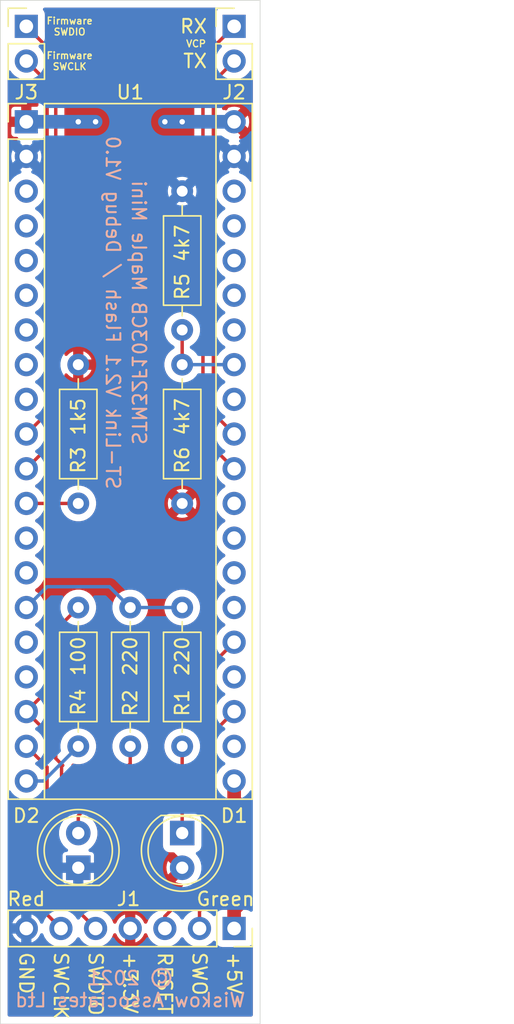
<source format=kicad_pcb>
(kicad_pcb (version 20171130) (host pcbnew "(5.1.9)-1")

  (general
    (thickness 1.6)
    (drawings 19)
    (tracks 69)
    (zones 0)
    (modules 12)
    (nets 41)
  )

  (page A4)
  (layers
    (0 F.Cu signal)
    (31 B.Cu signal)
    (32 B.Adhes user hide)
    (33 F.Adhes user hide)
    (34 B.Paste user hide)
    (35 F.Paste user hide)
    (36 B.SilkS user)
    (37 F.SilkS user)
    (38 B.Mask user)
    (39 F.Mask user)
    (40 Dwgs.User user hide)
    (41 Cmts.User user hide)
    (42 Eco1.User user hide)
    (43 Eco2.User user hide)
    (44 Edge.Cuts user)
    (45 Margin user hide)
    (46 B.CrtYd user hide)
    (47 F.CrtYd user hide)
    (48 B.Fab user hide)
    (49 F.Fab user hide)
  )

  (setup
    (last_trace_width 0.25)
    (trace_clearance 0.2)
    (zone_clearance 0.508)
    (zone_45_only no)
    (trace_min 0.2)
    (via_size 0.8)
    (via_drill 0.4)
    (via_min_size 0.4)
    (via_min_drill 0.3)
    (uvia_size 0.3)
    (uvia_drill 0.1)
    (uvias_allowed no)
    (uvia_min_size 0.2)
    (uvia_min_drill 0.1)
    (edge_width 0.05)
    (segment_width 0.2)
    (pcb_text_width 0.3)
    (pcb_text_size 1.5 1.5)
    (mod_edge_width 0.12)
    (mod_text_size 1 1)
    (mod_text_width 0.15)
    (pad_size 1.524 1.524)
    (pad_drill 0.762)
    (pad_to_mask_clearance 0)
    (aux_axis_origin 0 0)
    (visible_elements 7FFFFFFF)
    (pcbplotparams
      (layerselection 0x010fc_ffffffff)
      (usegerberextensions false)
      (usegerberattributes true)
      (usegerberadvancedattributes true)
      (creategerberjobfile true)
      (excludeedgelayer true)
      (linewidth 0.100000)
      (plotframeref false)
      (viasonmask false)
      (mode 1)
      (useauxorigin false)
      (hpglpennumber 1)
      (hpglpenspeed 20)
      (hpglpendiameter 15.000000)
      (psnegative false)
      (psa4output false)
      (plotreference true)
      (plotvalue true)
      (plotinvisibletext false)
      (padsonsilk false)
      (subtractmaskfromsilk false)
      (outputformat 1)
      (mirror false)
      (drillshape 1)
      (scaleselection 1)
      (outputdirectory ""))
  )

  (net 0 "")
  (net 1 "Net-(D1-Pad1)")
  (net 2 +3V3)
  (net 3 "Net-(D2-Pad2)")
  (net 4 GND)
  (net 5 SWDIO)
  (net 6 SWCLK)
  (net 7 T_JTMS\SWDIO)
  (net 8 T_JTCK\SWCLK)
  (net 9 T_NRST)
  (net 10 T_SWO\SWO)
  (net 11 VCP-TX)
  (net 12 VCP-RX)
  (net 13 +5V)
  (net 14 /Status-LED)
  (net 15 "Net-(R3-Pad1)")
  (net 16 "Net-(R4-Pad1)")
  (net 17 /VCC-ref)
  (net 18 "Net-(U1-Pad38)")
  (net 19 "Net-(U1-Pad37)")
  (net 20 "Net-(U1-Pad36)")
  (net 21 "Net-(U1-Pad35)")
  (net 22 "Net-(U1-Pad34)")
  (net 23 "Net-(U1-Pad32)")
  (net 24 "Net-(U1-Pad29)")
  (net 25 "Net-(U1-Pad28)")
  (net 26 "Net-(U1-Pad27)")
  (net 27 "Net-(U1-Pad26)")
  (net 28 "Net-(U1-Pad24)")
  (net 29 "Net-(U1-Pad22)")
  (net 30 "Net-(U1-Pad17)")
  (net 31 "Net-(U1-Pad16)")
  (net 32 "Net-(U1-Pad14)")
  (net 33 "Net-(U1-Pad13)")
  (net 34 "Net-(U1-Pad9)")
  (net 35 "Net-(U1-Pad8)")
  (net 36 "Net-(U1-Pad7)")
  (net 37 "Net-(U1-Pad6)")
  (net 38 "Net-(U1-Pad5)")
  (net 39 "Net-(U1-Pad4)")
  (net 40 "Net-(U1-Pad3)")

  (net_class Default "This is the default net class."
    (clearance 0.2)
    (trace_width 0.25)
    (via_dia 0.8)
    (via_drill 0.4)
    (uvia_dia 0.3)
    (uvia_drill 0.1)
    (add_net +3V3)
    (add_net +5V)
    (add_net /Status-LED)
    (add_net /VCC-ref)
    (add_net GND)
    (add_net "Net-(D1-Pad1)")
    (add_net "Net-(D2-Pad2)")
    (add_net "Net-(R3-Pad1)")
    (add_net "Net-(R4-Pad1)")
    (add_net "Net-(U1-Pad13)")
    (add_net "Net-(U1-Pad14)")
    (add_net "Net-(U1-Pad16)")
    (add_net "Net-(U1-Pad17)")
    (add_net "Net-(U1-Pad22)")
    (add_net "Net-(U1-Pad24)")
    (add_net "Net-(U1-Pad26)")
    (add_net "Net-(U1-Pad27)")
    (add_net "Net-(U1-Pad28)")
    (add_net "Net-(U1-Pad29)")
    (add_net "Net-(U1-Pad3)")
    (add_net "Net-(U1-Pad32)")
    (add_net "Net-(U1-Pad34)")
    (add_net "Net-(U1-Pad35)")
    (add_net "Net-(U1-Pad36)")
    (add_net "Net-(U1-Pad37)")
    (add_net "Net-(U1-Pad38)")
    (add_net "Net-(U1-Pad4)")
    (add_net "Net-(U1-Pad5)")
    (add_net "Net-(U1-Pad6)")
    (add_net "Net-(U1-Pad7)")
    (add_net "Net-(U1-Pad8)")
    (add_net "Net-(U1-Pad9)")
    (add_net SWCLK)
    (add_net SWDIO)
    (add_net T_JTCK\SWCLK)
    (add_net T_JTMS\SWDIO)
    (add_net T_NRST)
    (add_net T_SWO\SWO)
    (add_net VCP-RX)
    (add_net VCP-TX)
  )

  (module ST-LinkV21-Maple-Mini:Maple_Mini (layer F.Cu) (tedit 60856596) (tstamp 6085A6E5)
    (at 118.11 52.07)
    (descr "Maple Mini, http://docs.leaflabs.com/static.leaflabs.com/pub/leaflabs/maple-docs/0.0.12/hardware/maple-mini.html")
    (tags "Maple Mini")
    (path /6083246D)
    (fp_text reference U1 (at 7.62 -2.159) (layer F.SilkS)
      (effects (font (size 1 1) (thickness 0.15)))
    )
    (fp_text value MapleMini (at 38.1 18.415 90) (layer F.Fab)
      (effects (font (size 1 1) (thickness 0.15)))
    )
    (fp_line (start 1.33 -1.33) (end 16.57 -1.33) (layer F.SilkS) (width 0.12))
    (fp_line (start 16.57 49.59) (end -1.33 49.59) (layer F.SilkS) (width 0.12))
    (fp_line (start 3.81 6.604) (end 3.81 -2.54) (layer F.Fab) (width 0.1))
    (fp_line (start 3.81 -2.54) (end 11.43 -2.54) (layer F.Fab) (width 0.1))
    (fp_line (start 11.43 -2.54) (end 11.43 6.604) (layer F.Fab) (width 0.1))
    (fp_line (start -0.635 -1.27) (end 16.51 -1.27) (layer F.Fab) (width 0.1))
    (fp_line (start 16.51 -1.27) (end 16.51 49.53) (layer F.Fab) (width 0.1))
    (fp_line (start 16.51 49.53) (end -1.27 49.53) (layer F.Fab) (width 0.1))
    (fp_line (start -1.27 49.53) (end -1.27 -0.635) (layer F.Fab) (width 0.1))
    (fp_line (start 16.57 -1.33) (end 16.57 49.59) (layer F.SilkS) (width 0.12))
    (fp_line (start -1.33 49.59) (end -1.33 1.27) (layer F.SilkS) (width 0.12))
    (fp_line (start 1.33 -1.33) (end 1.33 49.59) (layer F.SilkS) (width 0.12))
    (fp_line (start 13.91 49.59) (end 13.91 -1.33) (layer F.SilkS) (width 0.12))
    (fp_line (start -1.33 1.27) (end 1.33 1.27) (layer F.SilkS) (width 0.12))
    (fp_line (start -1.52 49.78) (end -1.52 -2.79) (layer F.CrtYd) (width 0.05))
    (fp_line (start -1.52 -2.79) (end 16.76 -2.79) (layer F.CrtYd) (width 0.05))
    (fp_line (start 16.76 -2.79) (end 16.76 49.78) (layer F.CrtYd) (width 0.05))
    (fp_line (start 16.76 49.78) (end -1.52 49.78) (layer F.CrtYd) (width 0.05))
    (fp_line (start 0 -1.33) (end -1.33 -1.33) (layer F.SilkS) (width 0.12))
    (fp_line (start -1.33 -1.33) (end -1.33 0) (layer F.SilkS) (width 0.12))
    (fp_line (start 1.27 -1.27) (end 1.27 49.53) (layer F.Fab) (width 0.1))
    (fp_line (start -1.27 -0.635) (end -0.635 -1.27) (layer F.Fab) (width 0.1))
    (fp_line (start 13.97 -1.27) (end 13.97 49.53) (layer F.Fab) (width 0.1))
    (fp_line (start 3.81 6.604) (end 11.43 6.604) (layer F.Fab) (width 0.1))
    (fp_text user %R (at 34.925 18.415 90) (layer F.Fab)
      (effects (font (size 1 1) (thickness 0.15)))
    )
    (pad 1 thru_hole rect (at 0 0) (size 1.7 1.7) (drill 1) (layers *.Cu *.Mask)
      (net 2 +3V3))
    (pad 2 thru_hole circle (at 0 2.54) (size 1.7 1.7) (drill 1) (layers *.Cu *.Mask)
      (net 4 GND))
    (pad 3 thru_hole circle (at 0 5.08) (size 1.7 1.7) (drill 1) (layers *.Cu *.Mask)
      (net 40 "Net-(U1-Pad3)"))
    (pad 4 thru_hole circle (at 0 7.62) (size 1.7 1.7) (drill 1) (layers *.Cu *.Mask)
      (net 39 "Net-(U1-Pad4)"))
    (pad 5 thru_hole circle (at 0 10.16) (size 1.7 1.7) (drill 1) (layers *.Cu *.Mask)
      (net 38 "Net-(U1-Pad5)"))
    (pad 6 thru_hole circle (at 0 12.7) (size 1.7 1.7) (drill 1) (layers *.Cu *.Mask)
      (net 37 "Net-(U1-Pad6)"))
    (pad 7 thru_hole circle (at 0 15.24) (size 1.7 1.7) (drill 1) (layers *.Cu *.Mask)
      (net 36 "Net-(U1-Pad7)"))
    (pad 8 thru_hole circle (at 0 17.78) (size 1.7 1.7) (drill 1) (layers *.Cu *.Mask)
      (net 35 "Net-(U1-Pad8)"))
    (pad 9 thru_hole circle (at 0 20.32) (size 1.7 1.7) (drill 1) (layers *.Cu *.Mask)
      (net 34 "Net-(U1-Pad9)"))
    (pad 10 thru_hole circle (at 0 22.86) (size 1.7 1.7) (drill 1) (layers *.Cu *.Mask)
      (net 6 SWCLK))
    (pad 11 thru_hole circle (at 0 25.4) (size 1.7 1.7) (drill 1) (layers *.Cu *.Mask)
      (net 5 SWDIO))
    (pad 12 thru_hole circle (at 0 27.94) (size 1.7 1.7) (drill 1) (layers *.Cu *.Mask)
      (net 15 "Net-(R3-Pad1)"))
    (pad 13 thru_hole circle (at 0 30.48) (size 1.7 1.7) (drill 1) (layers *.Cu *.Mask)
      (net 33 "Net-(U1-Pad13)"))
    (pad 14 thru_hole circle (at 0 33.02) (size 1.7 1.7) (drill 1) (layers *.Cu *.Mask)
      (net 32 "Net-(U1-Pad14)"))
    (pad 15 thru_hole circle (at 0 35.56) (size 1.7 1.7) (drill 1) (layers *.Cu *.Mask)
      (net 14 /Status-LED))
    (pad 16 thru_hole circle (at 0 38.1) (size 1.7 1.7) (drill 1) (layers *.Cu *.Mask)
      (net 31 "Net-(U1-Pad16)"))
    (pad 17 thru_hole circle (at 0 40.64) (size 1.7 1.7) (drill 1) (layers *.Cu *.Mask)
      (net 30 "Net-(U1-Pad17)"))
    (pad 18 thru_hole circle (at 0 43.18) (size 1.7 1.7) (drill 1) (layers *.Cu *.Mask)
      (net 7 T_JTMS\SWDIO))
    (pad 19 thru_hole circle (at 0 45.72) (size 1.7 1.7) (drill 1) (layers *.Cu *.Mask)
      (net 8 T_JTCK\SWCLK))
    (pad 20 thru_hole circle (at 0 48.26) (size 1.7 1.7) (drill 1) (layers *.Cu *.Mask)
      (net 16 "Net-(R4-Pad1)"))
    (pad 21 thru_hole circle (at 15.24 48.26) (size 1.7 1.7) (drill 1) (layers *.Cu *.Mask)
      (net 13 +5V))
    (pad 22 thru_hole circle (at 15.24 45.72) (size 1.7 1.7) (drill 1) (layers *.Cu *.Mask)
      (net 29 "Net-(U1-Pad22)"))
    (pad 23 thru_hole circle (at 15.24 43.18) (size 1.7 1.7) (drill 1) (layers *.Cu *.Mask)
      (net 10 T_SWO\SWO))
    (pad 24 thru_hole circle (at 15.24 40.64) (size 1.7 1.7) (drill 1) (layers *.Cu *.Mask)
      (net 28 "Net-(U1-Pad24)"))
    (pad 25 thru_hole circle (at 15.24 38.1) (size 1.7 1.7) (drill 1) (layers *.Cu *.Mask)
      (net 9 T_NRST))
    (pad 26 thru_hole circle (at 15.24 35.56) (size 1.7 1.7) (drill 1) (layers *.Cu *.Mask)
      (net 27 "Net-(U1-Pad26)"))
    (pad 27 thru_hole circle (at 15.24 33.02) (size 1.7 1.7) (drill 1) (layers *.Cu *.Mask)
      (net 26 "Net-(U1-Pad27)"))
    (pad 28 thru_hole circle (at 15.24 30.48) (size 1.7 1.7) (drill 1) (layers *.Cu *.Mask)
      (net 25 "Net-(U1-Pad28)"))
    (pad 29 thru_hole circle (at 15.24 27.94) (size 1.7 1.7) (drill 1) (layers *.Cu *.Mask)
      (net 24 "Net-(U1-Pad29)"))
    (pad 30 thru_hole circle (at 15.24 25.4) (size 1.7 1.7) (drill 1) (layers *.Cu *.Mask)
      (net 12 VCP-RX))
    (pad 31 thru_hole circle (at 15.24 22.86) (size 1.7 1.7) (drill 1) (layers *.Cu *.Mask)
      (net 11 VCP-TX))
    (pad 32 thru_hole circle (at 15.24 20.32) (size 1.7 1.7) (drill 1) (layers *.Cu *.Mask)
      (net 23 "Net-(U1-Pad32)"))
    (pad 33 thru_hole circle (at 15.24 17.78) (size 1.7 1.7) (drill 1) (layers *.Cu *.Mask)
      (net 17 /VCC-ref))
    (pad 34 thru_hole circle (at 15.24 15.24) (size 1.7 1.7) (drill 1) (layers *.Cu *.Mask)
      (net 22 "Net-(U1-Pad34)"))
    (pad 35 thru_hole circle (at 15.24 12.7) (size 1.7 1.7) (drill 1) (layers *.Cu *.Mask)
      (net 21 "Net-(U1-Pad35)"))
    (pad 36 thru_hole circle (at 15.24 10.16) (size 1.7 1.7) (drill 1) (layers *.Cu *.Mask)
      (net 20 "Net-(U1-Pad36)"))
    (pad 37 thru_hole circle (at 15.24 7.62) (size 1.7 1.7) (drill 1) (layers *.Cu *.Mask)
      (net 19 "Net-(U1-Pad37)"))
    (pad 38 thru_hole circle (at 15.24 5.08) (size 1.7 1.7) (drill 1) (layers *.Cu *.Mask)
      (net 18 "Net-(U1-Pad38)"))
    (pad 39 thru_hole circle (at 15.24 2.54) (size 1.7 1.7) (drill 1) (layers *.Cu *.Mask)
      (net 4 GND))
    (pad 40 thru_hole circle (at 15.24 0) (size 1.7 1.7) (drill 1) (layers *.Cu *.Mask)
      (net 2 +3V3))
    (model ${KISYS3DMOD}/Module.3dshapes/Maple_Mini.wrl
      (at (xyz 0 0 0))
      (scale (xyz 1 1 1))
      (rotate (xyz 0 0 0))
    )
  )

  (module LED_THT:LED_D5.0mm (layer F.Cu) (tedit 5995936A) (tstamp 6085CD55)
    (at 129.54 104.14 270)
    (descr "LED, diameter 5.0mm, 2 pins, http://cdn-reichelt.de/documents/datenblatt/A500/LL-504BC2E-009.pdf")
    (tags "LED diameter 5.0mm 2 pins")
    (path /60842EA4)
    (fp_text reference D1 (at -1.27 -3.81 180) (layer F.SilkS)
      (effects (font (size 1 1) (thickness 0.15)))
    )
    (fp_text value Green (at 4.826 -3.175 180) (layer F.SilkS)
      (effects (font (size 1 1) (thickness 0.15)))
    )
    (fp_circle (center 1.27 0) (end 3.77 0) (layer F.Fab) (width 0.1))
    (fp_circle (center 1.27 0) (end 3.77 0) (layer F.SilkS) (width 0.12))
    (fp_line (start -1.23 -1.469694) (end -1.23 1.469694) (layer F.Fab) (width 0.1))
    (fp_line (start -1.29 -1.545) (end -1.29 1.545) (layer F.SilkS) (width 0.12))
    (fp_line (start -1.95 -3.25) (end -1.95 3.25) (layer F.CrtYd) (width 0.05))
    (fp_line (start -1.95 3.25) (end 4.5 3.25) (layer F.CrtYd) (width 0.05))
    (fp_line (start 4.5 3.25) (end 4.5 -3.25) (layer F.CrtYd) (width 0.05))
    (fp_line (start 4.5 -3.25) (end -1.95 -3.25) (layer F.CrtYd) (width 0.05))
    (fp_arc (start 1.27 0) (end -1.23 -1.469694) (angle 299.1) (layer F.Fab) (width 0.1))
    (fp_arc (start 1.27 0) (end -1.29 -1.54483) (angle 148.9) (layer F.SilkS) (width 0.12))
    (fp_arc (start 1.27 0) (end -1.29 1.54483) (angle -148.9) (layer F.SilkS) (width 0.12))
    (fp_text user %R (at 1.25 0 90) (layer F.Fab)
      (effects (font (size 0.8 0.8) (thickness 0.2)))
    )
    (pad 1 thru_hole rect (at 0 0 270) (size 1.8 1.8) (drill 0.9) (layers *.Cu *.Mask)
      (net 1 "Net-(D1-Pad1)"))
    (pad 2 thru_hole circle (at 2.54 0 270) (size 1.8 1.8) (drill 0.9) (layers *.Cu *.Mask)
      (net 2 +3V3))
    (model ${KISYS3DMOD}/LED_THT.3dshapes/LED_D5.0mm.wrl
      (at (xyz 0 0 0))
      (scale (xyz 1 1 1))
      (rotate (xyz 0 0 0))
    )
  )

  (module LED_THT:LED_D5.0mm (layer F.Cu) (tedit 5995936A) (tstamp 6085D683)
    (at 121.92 106.68 90)
    (descr "LED, diameter 5.0mm, 2 pins, http://cdn-reichelt.de/documents/datenblatt/A500/LL-504BC2E-009.pdf")
    (tags "LED diameter 5.0mm 2 pins")
    (path /60843B61)
    (fp_text reference D2 (at 3.81 -3.81 180) (layer F.SilkS)
      (effects (font (size 1 1) (thickness 0.15)))
    )
    (fp_text value Red (at -2.286 -3.81 180) (layer F.SilkS)
      (effects (font (size 1 1) (thickness 0.15)))
    )
    (fp_line (start 4.5 -3.25) (end -1.95 -3.25) (layer F.CrtYd) (width 0.05))
    (fp_line (start 4.5 3.25) (end 4.5 -3.25) (layer F.CrtYd) (width 0.05))
    (fp_line (start -1.95 3.25) (end 4.5 3.25) (layer F.CrtYd) (width 0.05))
    (fp_line (start -1.95 -3.25) (end -1.95 3.25) (layer F.CrtYd) (width 0.05))
    (fp_line (start -1.29 -1.545) (end -1.29 1.545) (layer F.SilkS) (width 0.12))
    (fp_line (start -1.23 -1.469694) (end -1.23 1.469694) (layer F.Fab) (width 0.1))
    (fp_circle (center 1.27 0) (end 3.77 0) (layer F.SilkS) (width 0.12))
    (fp_circle (center 1.27 0) (end 3.77 0) (layer F.Fab) (width 0.1))
    (fp_text user %R (at 1.25 0 90) (layer F.Fab)
      (effects (font (size 0.8 0.8) (thickness 0.2)))
    )
    (fp_arc (start 1.27 0) (end -1.29 1.54483) (angle -148.9) (layer F.SilkS) (width 0.12))
    (fp_arc (start 1.27 0) (end -1.29 -1.54483) (angle 148.9) (layer F.SilkS) (width 0.12))
    (fp_arc (start 1.27 0) (end -1.23 -1.469694) (angle 299.1) (layer F.Fab) (width 0.1))
    (pad 2 thru_hole circle (at 2.54 0 90) (size 1.8 1.8) (drill 0.9) (layers *.Cu *.Mask)
      (net 3 "Net-(D2-Pad2)"))
    (pad 1 thru_hole rect (at 0 0 90) (size 1.8 1.8) (drill 0.9) (layers *.Cu *.Mask)
      (net 4 GND))
    (model ${KISYS3DMOD}/LED_THT.3dshapes/LED_D5.0mm.wrl
      (at (xyz 0 0 0))
      (scale (xyz 1 1 1))
      (rotate (xyz 0 0 0))
    )
  )

  (module Resistor_THT:R_Axial_DIN0207_L6.3mm_D2.5mm_P10.16mm_Horizontal (layer F.Cu) (tedit 5AE5139B) (tstamp 60839020)
    (at 129.54 97.79 90)
    (descr "Resistor, Axial_DIN0207 series, Axial, Horizontal, pin pitch=10.16mm, 0.25W = 1/4W, length*diameter=6.3*2.5mm^2, http://cdn-reichelt.de/documents/datenblatt/B400/1_4W%23YAG.pdf")
    (tags "Resistor Axial_DIN0207 series Axial Horizontal pin pitch 10.16mm 0.25W = 1/4W length 6.3mm diameter 2.5mm")
    (path /60842346)
    (fp_text reference R1 (at 3.175 0 270) (layer F.SilkS)
      (effects (font (size 1 1) (thickness 0.15)))
    )
    (fp_text value 220 (at 8.128 0 90) (layer F.SilkS)
      (effects (font (size 1 1) (thickness 0.15)) (justify right))
    )
    (fp_line (start 11.21 -1.5) (end -1.05 -1.5) (layer F.CrtYd) (width 0.05))
    (fp_line (start 11.21 1.5) (end 11.21 -1.5) (layer F.CrtYd) (width 0.05))
    (fp_line (start -1.05 1.5) (end 11.21 1.5) (layer F.CrtYd) (width 0.05))
    (fp_line (start -1.05 -1.5) (end -1.05 1.5) (layer F.CrtYd) (width 0.05))
    (fp_line (start 9.12 0) (end 8.35 0) (layer F.SilkS) (width 0.12))
    (fp_line (start 1.04 0) (end 1.81 0) (layer F.SilkS) (width 0.12))
    (fp_line (start 8.35 -1.37) (end 1.81 -1.37) (layer F.SilkS) (width 0.12))
    (fp_line (start 8.35 1.37) (end 8.35 -1.37) (layer F.SilkS) (width 0.12))
    (fp_line (start 1.81 1.37) (end 8.35 1.37) (layer F.SilkS) (width 0.12))
    (fp_line (start 1.81 -1.37) (end 1.81 1.37) (layer F.SilkS) (width 0.12))
    (fp_line (start 10.16 0) (end 8.23 0) (layer F.Fab) (width 0.1))
    (fp_line (start 0 0) (end 1.93 0) (layer F.Fab) (width 0.1))
    (fp_line (start 8.23 -1.25) (end 1.93 -1.25) (layer F.Fab) (width 0.1))
    (fp_line (start 8.23 1.25) (end 8.23 -1.25) (layer F.Fab) (width 0.1))
    (fp_line (start 1.93 1.25) (end 8.23 1.25) (layer F.Fab) (width 0.1))
    (fp_line (start 1.93 -1.25) (end 1.93 1.25) (layer F.Fab) (width 0.1))
    (pad 2 thru_hole oval (at 10.16 0 90) (size 1.6 1.6) (drill 0.8) (layers *.Cu *.Mask)
      (net 14 /Status-LED))
    (pad 1 thru_hole circle (at 0 0 90) (size 1.6 1.6) (drill 0.8) (layers *.Cu *.Mask)
      (net 1 "Net-(D1-Pad1)"))
    (model ${KISYS3DMOD}/Resistor_THT.3dshapes/R_Axial_DIN0207_L6.3mm_D2.5mm_P10.16mm_Horizontal.wrl
      (at (xyz 0 0 0))
      (scale (xyz 1 1 1))
      (rotate (xyz 0 0 0))
    )
  )

  (module Resistor_THT:R_Axial_DIN0207_L6.3mm_D2.5mm_P10.16mm_Horizontal (layer F.Cu) (tedit 5AE5139B) (tstamp 60839037)
    (at 125.73 97.79 90)
    (descr "Resistor, Axial_DIN0207 series, Axial, Horizontal, pin pitch=10.16mm, 0.25W = 1/4W, length*diameter=6.3*2.5mm^2, http://cdn-reichelt.de/documents/datenblatt/B400/1_4W%23YAG.pdf")
    (tags "Resistor Axial_DIN0207 series Axial Horizontal pin pitch 10.16mm 0.25W = 1/4W length 6.3mm diameter 2.5mm")
    (path /60842799)
    (fp_text reference R2 (at 3.175 0 270) (layer F.SilkS)
      (effects (font (size 1 1) (thickness 0.15)))
    )
    (fp_text value 220 (at 8.128 0 90) (layer F.SilkS)
      (effects (font (size 1 1) (thickness 0.15)) (justify right))
    )
    (fp_line (start 11.21 -1.5) (end -1.05 -1.5) (layer F.CrtYd) (width 0.05))
    (fp_line (start 11.21 1.5) (end 11.21 -1.5) (layer F.CrtYd) (width 0.05))
    (fp_line (start -1.05 1.5) (end 11.21 1.5) (layer F.CrtYd) (width 0.05))
    (fp_line (start -1.05 -1.5) (end -1.05 1.5) (layer F.CrtYd) (width 0.05))
    (fp_line (start 9.12 0) (end 8.35 0) (layer F.SilkS) (width 0.12))
    (fp_line (start 1.04 0) (end 1.81 0) (layer F.SilkS) (width 0.12))
    (fp_line (start 8.35 -1.37) (end 1.81 -1.37) (layer F.SilkS) (width 0.12))
    (fp_line (start 8.35 1.37) (end 8.35 -1.37) (layer F.SilkS) (width 0.12))
    (fp_line (start 1.81 1.37) (end 8.35 1.37) (layer F.SilkS) (width 0.12))
    (fp_line (start 1.81 -1.37) (end 1.81 1.37) (layer F.SilkS) (width 0.12))
    (fp_line (start 10.16 0) (end 8.23 0) (layer F.Fab) (width 0.1))
    (fp_line (start 0 0) (end 1.93 0) (layer F.Fab) (width 0.1))
    (fp_line (start 8.23 -1.25) (end 1.93 -1.25) (layer F.Fab) (width 0.1))
    (fp_line (start 8.23 1.25) (end 8.23 -1.25) (layer F.Fab) (width 0.1))
    (fp_line (start 1.93 1.25) (end 8.23 1.25) (layer F.Fab) (width 0.1))
    (fp_line (start 1.93 -1.25) (end 1.93 1.25) (layer F.Fab) (width 0.1))
    (pad 2 thru_hole oval (at 10.16 0 90) (size 1.6 1.6) (drill 0.8) (layers *.Cu *.Mask)
      (net 14 /Status-LED))
    (pad 1 thru_hole circle (at 0 0 90) (size 1.6 1.6) (drill 0.8) (layers *.Cu *.Mask)
      (net 3 "Net-(D2-Pad2)"))
    (model ${KISYS3DMOD}/Resistor_THT.3dshapes/R_Axial_DIN0207_L6.3mm_D2.5mm_P10.16mm_Horizontal.wrl
      (at (xyz 0 0 0))
      (scale (xyz 1 1 1))
      (rotate (xyz 0 0 0))
    )
  )

  (module Resistor_THT:R_Axial_DIN0207_L6.3mm_D2.5mm_P10.16mm_Horizontal (layer F.Cu) (tedit 5AE5139B) (tstamp 6085A125)
    (at 121.92 80.01 90)
    (descr "Resistor, Axial_DIN0207 series, Axial, Horizontal, pin pitch=10.16mm, 0.25W = 1/4W, length*diameter=6.3*2.5mm^2, http://cdn-reichelt.de/documents/datenblatt/B400/1_4W%23YAG.pdf")
    (tags "Resistor Axial_DIN0207 series Axial Horizontal pin pitch 10.16mm 0.25W = 1/4W length 6.3mm diameter 2.5mm")
    (path /6083FEBF)
    (fp_text reference R3 (at 3.175 0 270) (layer F.SilkS)
      (effects (font (size 1 1) (thickness 0.15)))
    )
    (fp_text value 1k5 (at 6.35 0 90) (layer F.SilkS)
      (effects (font (size 1 1) (thickness 0.15)))
    )
    (fp_line (start 1.93 -1.25) (end 1.93 1.25) (layer F.Fab) (width 0.1))
    (fp_line (start 1.93 1.25) (end 8.23 1.25) (layer F.Fab) (width 0.1))
    (fp_line (start 8.23 1.25) (end 8.23 -1.25) (layer F.Fab) (width 0.1))
    (fp_line (start 8.23 -1.25) (end 1.93 -1.25) (layer F.Fab) (width 0.1))
    (fp_line (start 0 0) (end 1.93 0) (layer F.Fab) (width 0.1))
    (fp_line (start 10.16 0) (end 8.23 0) (layer F.Fab) (width 0.1))
    (fp_line (start 1.81 -1.37) (end 1.81 1.37) (layer F.SilkS) (width 0.12))
    (fp_line (start 1.81 1.37) (end 8.35 1.37) (layer F.SilkS) (width 0.12))
    (fp_line (start 8.35 1.37) (end 8.35 -1.37) (layer F.SilkS) (width 0.12))
    (fp_line (start 8.35 -1.37) (end 1.81 -1.37) (layer F.SilkS) (width 0.12))
    (fp_line (start 1.04 0) (end 1.81 0) (layer F.SilkS) (width 0.12))
    (fp_line (start 9.12 0) (end 8.35 0) (layer F.SilkS) (width 0.12))
    (fp_line (start -1.05 -1.5) (end -1.05 1.5) (layer F.CrtYd) (width 0.05))
    (fp_line (start -1.05 1.5) (end 11.21 1.5) (layer F.CrtYd) (width 0.05))
    (fp_line (start 11.21 1.5) (end 11.21 -1.5) (layer F.CrtYd) (width 0.05))
    (fp_line (start 11.21 -1.5) (end -1.05 -1.5) (layer F.CrtYd) (width 0.05))
    (fp_text user %R (at 3.175 0 90) (layer F.Fab)
      (effects (font (size 1 1) (thickness 0.15)))
    )
    (pad 1 thru_hole circle (at 0 0 90) (size 1.6 1.6) (drill 0.8) (layers *.Cu *.Mask)
      (net 15 "Net-(R3-Pad1)"))
    (pad 2 thru_hole oval (at 10.16 0 90) (size 1.6 1.6) (drill 0.8) (layers *.Cu *.Mask)
      (net 2 +3V3))
    (model ${KISYS3DMOD}/Resistor_THT.3dshapes/R_Axial_DIN0207_L6.3mm_D2.5mm_P10.16mm_Horizontal.wrl
      (at (xyz 0 0 0))
      (scale (xyz 1 1 1))
      (rotate (xyz 0 0 0))
    )
  )

  (module Resistor_THT:R_Axial_DIN0207_L6.3mm_D2.5mm_P10.16mm_Horizontal (layer F.Cu) (tedit 5AE5139B) (tstamp 60839065)
    (at 121.92 97.79 90)
    (descr "Resistor, Axial_DIN0207 series, Axial, Horizontal, pin pitch=10.16mm, 0.25W = 1/4W, length*diameter=6.3*2.5mm^2, http://cdn-reichelt.de/documents/datenblatt/B400/1_4W%23YAG.pdf")
    (tags "Resistor Axial_DIN0207 series Axial Horizontal pin pitch 10.16mm 0.25W = 1/4W length 6.3mm diameter 2.5mm")
    (path /6084AFBC)
    (fp_text reference R4 (at 2.159 0 270) (layer F.SilkS)
      (effects (font (size 1 1) (thickness 0.15)) (justify left))
    )
    (fp_text value 100 (at 8.128 0 90) (layer F.SilkS)
      (effects (font (size 1 1) (thickness 0.15)) (justify right))
    )
    (fp_line (start 1.93 -1.25) (end 1.93 1.25) (layer F.Fab) (width 0.1))
    (fp_line (start 1.93 1.25) (end 8.23 1.25) (layer F.Fab) (width 0.1))
    (fp_line (start 8.23 1.25) (end 8.23 -1.25) (layer F.Fab) (width 0.1))
    (fp_line (start 8.23 -1.25) (end 1.93 -1.25) (layer F.Fab) (width 0.1))
    (fp_line (start 0 0) (end 1.93 0) (layer F.Fab) (width 0.1))
    (fp_line (start 10.16 0) (end 8.23 0) (layer F.Fab) (width 0.1))
    (fp_line (start 1.81 -1.37) (end 1.81 1.37) (layer F.SilkS) (width 0.12))
    (fp_line (start 1.81 1.37) (end 8.35 1.37) (layer F.SilkS) (width 0.12))
    (fp_line (start 8.35 1.37) (end 8.35 -1.37) (layer F.SilkS) (width 0.12))
    (fp_line (start 8.35 -1.37) (end 1.81 -1.37) (layer F.SilkS) (width 0.12))
    (fp_line (start 1.04 0) (end 1.81 0) (layer F.SilkS) (width 0.12))
    (fp_line (start 9.12 0) (end 8.35 0) (layer F.SilkS) (width 0.12))
    (fp_line (start -1.05 -1.5) (end -1.05 1.5) (layer F.CrtYd) (width 0.05))
    (fp_line (start -1.05 1.5) (end 11.21 1.5) (layer F.CrtYd) (width 0.05))
    (fp_line (start 11.21 1.5) (end 11.21 -1.5) (layer F.CrtYd) (width 0.05))
    (fp_line (start 11.21 -1.5) (end -1.05 -1.5) (layer F.CrtYd) (width 0.05))
    (pad 1 thru_hole circle (at 0 0 90) (size 1.6 1.6) (drill 0.8) (layers *.Cu *.Mask)
      (net 16 "Net-(R4-Pad1)"))
    (pad 2 thru_hole oval (at 10.16 0 90) (size 1.6 1.6) (drill 0.8) (layers *.Cu *.Mask)
      (net 7 T_JTMS\SWDIO))
    (model ${KISYS3DMOD}/Resistor_THT.3dshapes/R_Axial_DIN0207_L6.3mm_D2.5mm_P10.16mm_Horizontal.wrl
      (at (xyz 0 0 0))
      (scale (xyz 1 1 1))
      (rotate (xyz 0 0 0))
    )
  )

  (module Resistor_THT:R_Axial_DIN0207_L6.3mm_D2.5mm_P10.16mm_Horizontal (layer F.Cu) (tedit 5AE5139B) (tstamp 6083907C)
    (at 129.54 57.15 270)
    (descr "Resistor, Axial_DIN0207 series, Axial, Horizontal, pin pitch=10.16mm, 0.25W = 1/4W, length*diameter=6.3*2.5mm^2, http://cdn-reichelt.de/documents/datenblatt/B400/1_4W%23YAG.pdf")
    (tags "Resistor Axial_DIN0207 series Axial Horizontal pin pitch 10.16mm 0.25W = 1/4W length 6.3mm diameter 2.5mm")
    (path /6083A978)
    (fp_text reference R5 (at 6.985 0 270) (layer F.SilkS)
      (effects (font (size 1 1) (thickness 0.15)))
    )
    (fp_text value 4k7 (at 3.81 0 90) (layer F.SilkS)
      (effects (font (size 1 1) (thickness 0.15)))
    )
    (fp_line (start 1.93 -1.25) (end 1.93 1.25) (layer F.Fab) (width 0.1))
    (fp_line (start 1.93 1.25) (end 8.23 1.25) (layer F.Fab) (width 0.1))
    (fp_line (start 8.23 1.25) (end 8.23 -1.25) (layer F.Fab) (width 0.1))
    (fp_line (start 8.23 -1.25) (end 1.93 -1.25) (layer F.Fab) (width 0.1))
    (fp_line (start 0 0) (end 1.93 0) (layer F.Fab) (width 0.1))
    (fp_line (start 10.16 0) (end 8.23 0) (layer F.Fab) (width 0.1))
    (fp_line (start 1.81 -1.37) (end 1.81 1.37) (layer F.SilkS) (width 0.12))
    (fp_line (start 1.81 1.37) (end 8.35 1.37) (layer F.SilkS) (width 0.12))
    (fp_line (start 8.35 1.37) (end 8.35 -1.37) (layer F.SilkS) (width 0.12))
    (fp_line (start 8.35 -1.37) (end 1.81 -1.37) (layer F.SilkS) (width 0.12))
    (fp_line (start 1.04 0) (end 1.81 0) (layer F.SilkS) (width 0.12))
    (fp_line (start 9.12 0) (end 8.35 0) (layer F.SilkS) (width 0.12))
    (fp_line (start -1.05 -1.5) (end -1.05 1.5) (layer F.CrtYd) (width 0.05))
    (fp_line (start -1.05 1.5) (end 11.21 1.5) (layer F.CrtYd) (width 0.05))
    (fp_line (start 11.21 1.5) (end 11.21 -1.5) (layer F.CrtYd) (width 0.05))
    (fp_line (start 11.21 -1.5) (end -1.05 -1.5) (layer F.CrtYd) (width 0.05))
    (fp_text user %R (at 6.985 0 90) (layer F.Fab)
      (effects (font (size 1 1) (thickness 0.15)))
    )
    (pad 1 thru_hole circle (at 0 0 270) (size 1.6 1.6) (drill 0.8) (layers *.Cu *.Mask)
      (net 4 GND))
    (pad 2 thru_hole oval (at 10.16 0 270) (size 1.6 1.6) (drill 0.8) (layers *.Cu *.Mask)
      (net 17 /VCC-ref))
    (model ${KISYS3DMOD}/Resistor_THT.3dshapes/R_Axial_DIN0207_L6.3mm_D2.5mm_P10.16mm_Horizontal.wrl
      (at (xyz 0 0 0))
      (scale (xyz 1 1 1))
      (rotate (xyz 0 0 0))
    )
  )

  (module Resistor_THT:R_Axial_DIN0207_L6.3mm_D2.5mm_P10.16mm_Horizontal (layer F.Cu) (tedit 5AE5139B) (tstamp 60839093)
    (at 129.54 80.01 90)
    (descr "Resistor, Axial_DIN0207 series, Axial, Horizontal, pin pitch=10.16mm, 0.25W = 1/4W, length*diameter=6.3*2.5mm^2, http://cdn-reichelt.de/documents/datenblatt/B400/1_4W%23YAG.pdf")
    (tags "Resistor Axial_DIN0207 series Axial Horizontal pin pitch 10.16mm 0.25W = 1/4W length 6.3mm diameter 2.5mm")
    (path /6083B0C2)
    (fp_text reference R6 (at 3.175 0 270) (layer F.SilkS)
      (effects (font (size 1 1) (thickness 0.15)))
    )
    (fp_text value 4k7 (at 6.35 0 90) (layer F.SilkS)
      (effects (font (size 1 1) (thickness 0.15)))
    )
    (fp_line (start 11.21 -1.5) (end -1.05 -1.5) (layer F.CrtYd) (width 0.05))
    (fp_line (start 11.21 1.5) (end 11.21 -1.5) (layer F.CrtYd) (width 0.05))
    (fp_line (start -1.05 1.5) (end 11.21 1.5) (layer F.CrtYd) (width 0.05))
    (fp_line (start -1.05 -1.5) (end -1.05 1.5) (layer F.CrtYd) (width 0.05))
    (fp_line (start 9.12 0) (end 8.35 0) (layer F.SilkS) (width 0.12))
    (fp_line (start 1.04 0) (end 1.81 0) (layer F.SilkS) (width 0.12))
    (fp_line (start 8.35 -1.37) (end 1.81 -1.37) (layer F.SilkS) (width 0.12))
    (fp_line (start 8.35 1.37) (end 8.35 -1.37) (layer F.SilkS) (width 0.12))
    (fp_line (start 1.81 1.37) (end 8.35 1.37) (layer F.SilkS) (width 0.12))
    (fp_line (start 1.81 -1.37) (end 1.81 1.37) (layer F.SilkS) (width 0.12))
    (fp_line (start 10.16 0) (end 8.23 0) (layer F.Fab) (width 0.1))
    (fp_line (start 0 0) (end 1.93 0) (layer F.Fab) (width 0.1))
    (fp_line (start 8.23 -1.25) (end 1.93 -1.25) (layer F.Fab) (width 0.1))
    (fp_line (start 8.23 1.25) (end 8.23 -1.25) (layer F.Fab) (width 0.1))
    (fp_line (start 1.93 1.25) (end 8.23 1.25) (layer F.Fab) (width 0.1))
    (fp_line (start 1.93 -1.25) (end 1.93 1.25) (layer F.Fab) (width 0.1))
    (fp_text user %R (at 3.175 0 90) (layer F.Fab)
      (effects (font (size 1 1) (thickness 0.15)))
    )
    (pad 2 thru_hole oval (at 10.16 0 90) (size 1.6 1.6) (drill 0.8) (layers *.Cu *.Mask)
      (net 17 /VCC-ref))
    (pad 1 thru_hole circle (at 0 0 90) (size 1.6 1.6) (drill 0.8) (layers *.Cu *.Mask)
      (net 2 +3V3))
    (model ${KISYS3DMOD}/Resistor_THT.3dshapes/R_Axial_DIN0207_L6.3mm_D2.5mm_P10.16mm_Horizontal.wrl
      (at (xyz 0 0 0))
      (scale (xyz 1 1 1))
      (rotate (xyz 0 0 0))
    )
  )

  (module Connector_PinHeader_2.54mm:PinHeader_1x02_P2.54mm_Vertical (layer F.Cu) (tedit 59FED5CC) (tstamp 6085B22A)
    (at 118.11 45.085)
    (descr "Through hole straight pin header, 1x02, 2.54mm pitch, single row")
    (tags "Through hole pin header THT 1x02 2.54mm single row")
    (path /6085B212)
    (fp_text reference J3 (at 0 4.826) (layer F.SilkS)
      (effects (font (size 1 1) (thickness 0.15)))
    )
    (fp_text value Conn_01x02 (at -3.175 1.27 270) (layer F.Fab) hide
      (effects (font (size 1 1) (thickness 0.15)))
    )
    (fp_line (start 1.8 -1.8) (end -1.8 -1.8) (layer F.CrtYd) (width 0.05))
    (fp_line (start 1.8 4.35) (end 1.8 -1.8) (layer F.CrtYd) (width 0.05))
    (fp_line (start -1.8 4.35) (end 1.8 4.35) (layer F.CrtYd) (width 0.05))
    (fp_line (start -1.8 -1.8) (end -1.8 4.35) (layer F.CrtYd) (width 0.05))
    (fp_line (start -1.33 -1.33) (end 0 -1.33) (layer F.SilkS) (width 0.12))
    (fp_line (start -1.33 0) (end -1.33 -1.33) (layer F.SilkS) (width 0.12))
    (fp_line (start -1.33 1.27) (end 1.33 1.27) (layer F.SilkS) (width 0.12))
    (fp_line (start 1.33 1.27) (end 1.33 3.87) (layer F.SilkS) (width 0.12))
    (fp_line (start -1.33 1.27) (end -1.33 3.87) (layer F.SilkS) (width 0.12))
    (fp_line (start -1.33 3.87) (end 1.33 3.87) (layer F.SilkS) (width 0.12))
    (fp_line (start -1.27 -0.635) (end -0.635 -1.27) (layer F.Fab) (width 0.1))
    (fp_line (start -1.27 3.81) (end -1.27 -0.635) (layer F.Fab) (width 0.1))
    (fp_line (start 1.27 3.81) (end -1.27 3.81) (layer F.Fab) (width 0.1))
    (fp_line (start 1.27 -1.27) (end 1.27 3.81) (layer F.Fab) (width 0.1))
    (fp_line (start -0.635 -1.27) (end 1.27 -1.27) (layer F.Fab) (width 0.1))
    (fp_text user %R (at 0 1.27 270) (layer F.Fab)
      (effects (font (size 1 1) (thickness 0.15)))
    )
    (pad 1 thru_hole rect (at 0 0) (size 1.7 1.7) (drill 1) (layers *.Cu *.Mask)
      (net 5 SWDIO))
    (pad 2 thru_hole oval (at 0 2.54) (size 1.7 1.7) (drill 1) (layers *.Cu *.Mask)
      (net 6 SWCLK))
    (model ${KISYS3DMOD}/Connector_PinHeader_2.54mm.3dshapes/PinHeader_1x02_P2.54mm_Vertical.wrl
      (at (xyz 0 0 0))
      (scale (xyz 1 1 1))
      (rotate (xyz 0 0 0))
    )
  )

  (module Connector_PinSocket_2.54mm:PinSocket_1x07_P2.54mm_Vertical (layer F.Cu) (tedit 5A19A433) (tstamp 6085A787)
    (at 133.35 111.125 270)
    (descr "Through hole straight socket strip, 1x07, 2.54mm pitch, single row (from Kicad 4.0.7), script generated")
    (tags "Through hole socket strip THT 1x07 2.54mm single row")
    (path /608639C2)
    (fp_text reference J1 (at -2.159 7.747 180) (layer F.SilkS)
      (effects (font (size 1 1) (thickness 0.15)))
    )
    (fp_text value Conn_01x07 (at 0 18.01 90) (layer F.Fab) hide
      (effects (font (size 1 1) (thickness 0.15)))
    )
    (fp_line (start -1.8 17) (end -1.8 -1.8) (layer F.CrtYd) (width 0.05))
    (fp_line (start 1.75 17) (end -1.8 17) (layer F.CrtYd) (width 0.05))
    (fp_line (start 1.75 -1.8) (end 1.75 17) (layer F.CrtYd) (width 0.05))
    (fp_line (start -1.8 -1.8) (end 1.75 -1.8) (layer F.CrtYd) (width 0.05))
    (fp_line (start 0 -1.33) (end 1.33 -1.33) (layer F.SilkS) (width 0.12))
    (fp_line (start 1.33 -1.33) (end 1.33 0) (layer F.SilkS) (width 0.12))
    (fp_line (start 1.33 1.27) (end 1.33 16.57) (layer F.SilkS) (width 0.12))
    (fp_line (start -1.33 16.57) (end 1.33 16.57) (layer F.SilkS) (width 0.12))
    (fp_line (start -1.33 1.27) (end -1.33 16.57) (layer F.SilkS) (width 0.12))
    (fp_line (start -1.33 1.27) (end 1.33 1.27) (layer F.SilkS) (width 0.12))
    (fp_line (start -1.27 16.51) (end -1.27 -1.27) (layer F.Fab) (width 0.1))
    (fp_line (start 1.27 16.51) (end -1.27 16.51) (layer F.Fab) (width 0.1))
    (fp_line (start 1.27 -0.635) (end 1.27 16.51) (layer F.Fab) (width 0.1))
    (fp_line (start 0.635 -1.27) (end 1.27 -0.635) (layer F.Fab) (width 0.1))
    (fp_line (start -1.27 -1.27) (end 0.635 -1.27) (layer F.Fab) (width 0.1))
    (fp_text user %R (at 0 7.62) (layer F.Fab)
      (effects (font (size 1 1) (thickness 0.15)))
    )
    (pad 1 thru_hole rect (at 0 0 270) (size 1.7 1.7) (drill 1) (layers *.Cu *.Mask)
      (net 13 +5V))
    (pad 2 thru_hole oval (at 0 2.54 270) (size 1.7 1.7) (drill 1) (layers *.Cu *.Mask)
      (net 10 T_SWO\SWO))
    (pad 3 thru_hole oval (at 0 5.08 270) (size 1.7 1.7) (drill 1) (layers *.Cu *.Mask)
      (net 9 T_NRST))
    (pad 4 thru_hole oval (at 0 7.62 270) (size 1.7 1.7) (drill 1) (layers *.Cu *.Mask)
      (net 2 +3V3))
    (pad 5 thru_hole oval (at 0 10.16 270) (size 1.7 1.7) (drill 1) (layers *.Cu *.Mask)
      (net 7 T_JTMS\SWDIO))
    (pad 6 thru_hole oval (at 0 12.7 270) (size 1.7 1.7) (drill 1) (layers *.Cu *.Mask)
      (net 8 T_JTCK\SWCLK))
    (pad 7 thru_hole oval (at 0 15.24 270) (size 1.7 1.7) (drill 1) (layers *.Cu *.Mask)
      (net 4 GND))
    (model ${KISYS3DMOD}/Connector_PinSocket_2.54mm.3dshapes/PinSocket_1x07_P2.54mm_Vertical.wrl
      (at (xyz 0 0 0))
      (scale (xyz 1 1 1))
      (rotate (xyz 0 0 0))
    )
  )

  (module Connector_PinHeader_2.54mm:PinHeader_1x02_P2.54mm_Vertical (layer F.Cu) (tedit 59FED5CC) (tstamp 60859F43)
    (at 133.35 45.085)
    (descr "Through hole straight pin header, 1x02, 2.54mm pitch, single row")
    (tags "Through hole pin header THT 1x02 2.54mm single row")
    (path /6085DE8F)
    (fp_text reference J2 (at 0 4.826) (layer F.SilkS)
      (effects (font (size 1 1) (thickness 0.15)))
    )
    (fp_text value Conn_01x02 (at 3.175 1.27 90) (layer F.Fab) hide
      (effects (font (size 1 1) (thickness 0.15)))
    )
    (fp_line (start -0.635 -1.27) (end 1.27 -1.27) (layer F.Fab) (width 0.1))
    (fp_line (start 1.27 -1.27) (end 1.27 3.81) (layer F.Fab) (width 0.1))
    (fp_line (start 1.27 3.81) (end -1.27 3.81) (layer F.Fab) (width 0.1))
    (fp_line (start -1.27 3.81) (end -1.27 -0.635) (layer F.Fab) (width 0.1))
    (fp_line (start -1.27 -0.635) (end -0.635 -1.27) (layer F.Fab) (width 0.1))
    (fp_line (start -1.33 3.87) (end 1.33 3.87) (layer F.SilkS) (width 0.12))
    (fp_line (start -1.33 1.27) (end -1.33 3.87) (layer F.SilkS) (width 0.12))
    (fp_line (start 1.33 1.27) (end 1.33 3.87) (layer F.SilkS) (width 0.12))
    (fp_line (start -1.33 1.27) (end 1.33 1.27) (layer F.SilkS) (width 0.12))
    (fp_line (start -1.33 0) (end -1.33 -1.33) (layer F.SilkS) (width 0.12))
    (fp_line (start -1.33 -1.33) (end 0 -1.33) (layer F.SilkS) (width 0.12))
    (fp_line (start -1.8 -1.8) (end -1.8 4.35) (layer F.CrtYd) (width 0.05))
    (fp_line (start -1.8 4.35) (end 1.8 4.35) (layer F.CrtYd) (width 0.05))
    (fp_line (start 1.8 4.35) (end 1.8 -1.8) (layer F.CrtYd) (width 0.05))
    (fp_line (start 1.8 -1.8) (end -1.8 -1.8) (layer F.CrtYd) (width 0.05))
    (fp_text user %R (at 0 1.27 90) (layer F.Fab)
      (effects (font (size 1 1) (thickness 0.15)))
    )
    (pad 2 thru_hole oval (at 0 2.54) (size 1.7 1.7) (drill 1) (layers *.Cu *.Mask)
      (net 11 VCP-TX))
    (pad 1 thru_hole rect (at 0 0) (size 1.7 1.7) (drill 1) (layers *.Cu *.Mask)
      (net 12 VCP-RX))
    (model ${KISYS3DMOD}/Connector_PinHeader_2.54mm.3dshapes/PinHeader_1x02_P2.54mm_Vertical.wrl
      (at (xyz 0 0 0))
      (scale (xyz 1 1 1))
      (rotate (xyz 0 0 0))
    )
  )

  (gr_text VCP (at 130.556 46.355) (layer F.SilkS)
    (effects (font (size 0.5 0.5) (thickness 0.1)))
  )
  (gr_line (start 116.205 118.11) (end 116.205 43.18) (layer Edge.Cuts) (width 0.05) (tstamp 6085CCA0))
  (gr_line (start 135.255 118.11) (end 116.205 118.11) (layer Edge.Cuts) (width 0.05))
  (gr_line (start 135.255 43.18) (end 135.255 118.11) (layer Edge.Cuts) (width 0.05))
  (gr_line (start 116.205 43.18) (end 135.255 43.18) (layer Edge.Cuts) (width 0.05))
  (gr_text "ST-Link V2.1 Flash / Debug V1.0" (at 124.46 66.04 -90) (layer B.SilkS) (tstamp 6083C340)
    (effects (font (size 1 1) (thickness 0.15)) (justify mirror))
  )
  (gr_text "STM32F103CB Maple Mini" (at 126.365 66.04 -90) (layer B.SilkS) (tstamp 6083C33A)
    (effects (font (size 1 1) (thickness 0.15)) (justify mirror))
  )
  (gr_text "© 2021\nWiskow Associates Ltd" (at 125.73 115.57) (layer B.SilkS) (tstamp 6083C32D)
    (effects (font (size 1 1) (thickness 0.15)) (justify mirror))
  )
  (gr_text "Firmware\nSWCLK" (at 121.285 47.625) (layer F.SilkS) (tstamp 6083BCAC)
    (effects (font (size 0.5 0.5) (thickness 0.1)))
  )
  (gr_text "Firmware\nSWDIO" (at 121.285 45.085) (layer F.SilkS) (tstamp 6085D915)
    (effects (font (size 0.5 0.5) (thickness 0.1)))
  )
  (gr_text GND (at 118.11 112.776 -90) (layer F.SilkS) (tstamp 6085A693)
    (effects (font (size 1 1) (thickness 0.15)) (justify left))
  )
  (gr_text SWCLK (at 120.65 112.776 -90) (layer F.SilkS) (tstamp 6085A690)
    (effects (font (size 1 1) (thickness 0.15)) (justify left))
  )
  (gr_text SWDIO (at 123.19 112.776 -90) (layer F.SilkS) (tstamp 6085A69F)
    (effects (font (size 1 1) (thickness 0.15)) (justify left))
  )
  (gr_text +3.3V (at 125.73 112.776 -90) (layer F.SilkS) (tstamp 6085A699)
    (effects (font (size 1 1) (thickness 0.15)) (justify left))
  )
  (gr_text RESET (at 128.27 112.776 -90) (layer F.SilkS) (tstamp 6085A696)
    (effects (font (size 1 1) (thickness 0.15)) (justify left))
  )
  (gr_text SWO (at 130.81 112.776 -90) (layer F.SilkS) (tstamp 6085A68D)
    (effects (font (size 1 1) (thickness 0.15)) (justify left))
  )
  (gr_text TX (at 131.445 47.625) (layer F.SilkS) (tstamp 6083BC70)
    (effects (font (size 1 1) (thickness 0.15)) (justify right))
  )
  (gr_text RX (at 131.445 45.085) (layer F.SilkS) (tstamp 6083BC6E)
    (effects (font (size 1 1) (thickness 0.15)) (justify right))
  )
  (gr_text +5V (at 133.35 112.776 -90) (layer F.SilkS) (tstamp 6085A69C)
    (effects (font (size 1 1) (thickness 0.15)) (justify left))
  )

  (segment (start 129.54 100.33) (end 129.54 97.79) (width 0.25) (layer F.Cu) (net 1))
  (segment (start 129.54 100.33) (end 129.54 104.14) (width 0.25) (layer F.Cu) (net 1))
  (via (at 129.54 52.07) (size 0.8) (drill 0.4) (layers F.Cu B.Cu) (net 2))
  (via (at 128.27 52.07) (size 0.8) (drill 0.4) (layers F.Cu B.Cu) (net 2))
  (segment (start 133.35 52.07) (end 129.54 52.07) (width 1) (layer B.Cu) (net 2))
  (segment (start 128.27 52.07) (end 129.54 52.07) (width 1) (layer B.Cu) (net 2))
  (via (at 121.92 52.07) (size 0.8) (drill 0.4) (layers F.Cu B.Cu) (net 2))
  (via (at 123.19 52.07) (size 0.8) (drill 0.4) (layers F.Cu B.Cu) (net 2))
  (segment (start 118.11 52.07) (end 121.92 52.07) (width 1) (layer B.Cu) (net 2))
  (segment (start 123.19 52.07) (end 121.92 52.07) (width 1) (layer B.Cu) (net 2))
  (segment (start 121.92 104.14) (end 121.92 102.87) (width 0.25) (layer F.Cu) (net 3))
  (segment (start 121.92 102.87) (end 125.73 99.06) (width 0.25) (layer F.Cu) (net 3))
  (segment (start 125.73 99.06) (end 125.73 97.79) (width 0.25) (layer F.Cu) (net 3))
  (segment (start 120.269 47.244) (end 118.11 45.085) (width 0.25) (layer F.Cu) (net 5))
  (segment (start 120.269 75.311) (end 120.269 47.244) (width 0.25) (layer F.Cu) (net 5))
  (segment (start 120.269 75.311) (end 118.11 77.47) (width 0.25) (layer F.Cu) (net 5))
  (segment (start 118.11 74.93) (end 119.634 73.406) (width 0.25) (layer F.Cu) (net 6))
  (segment (start 119.634 49.149) (end 118.11 47.625) (width 0.25) (layer F.Cu) (net 6))
  (segment (start 119.634 73.406) (end 119.634 49.149) (width 0.25) (layer F.Cu) (net 6))
  (segment (start 123.19 111.125) (end 120.269 108.204) (width 0.25) (layer F.Cu) (net 7))
  (segment (start 118.11 95.25) (end 120.269 97.409) (width 0.25) (layer F.Cu) (net 7))
  (segment (start 120.269 97.409) (end 120.269 98.679) (width 0.25) (layer F.Cu) (net 7))
  (segment (start 120.269 98.679) (end 120.777 99.187) (width 0.25) (layer F.Cu) (net 7))
  (segment (start 120.694999 99.269001) (end 120.694999 102.190001) (width 0.25) (layer F.Cu) (net 7))
  (segment (start 120.777 99.187) (end 120.694999 99.269001) (width 0.25) (layer F.Cu) (net 7))
  (segment (start 120.694999 102.190001) (end 120.015 102.87) (width 0.25) (layer F.Cu) (net 7))
  (segment (start 120.015 107.95) (end 120.269 108.204) (width 0.25) (layer F.Cu) (net 7))
  (segment (start 120.015 102.87) (end 120.015 107.95) (width 0.25) (layer F.Cu) (net 7))
  (segment (start 118.11 95.25) (end 120.269 93.091) (width 0.25) (layer F.Cu) (net 7))
  (segment (start 120.269 89.281) (end 121.92 87.63) (width 0.25) (layer F.Cu) (net 7))
  (segment (start 120.269 93.091) (end 120.269 89.281) (width 0.25) (layer F.Cu) (net 7))
  (segment (start 118.872 102.235) (end 118.872 109.347) (width 0.25) (layer F.Cu) (net 8))
  (segment (start 119.634 101.473) (end 118.872 102.235) (width 0.25) (layer F.Cu) (net 8))
  (segment (start 118.872 109.347) (end 120.65 111.125) (width 0.25) (layer F.Cu) (net 8))
  (segment (start 119.634 99.314) (end 119.634 101.473) (width 0.25) (layer F.Cu) (net 8))
  (segment (start 118.11 97.79) (end 119.634 99.314) (width 0.25) (layer F.Cu) (net 8))
  (segment (start 131.064 92.456) (end 133.35 90.17) (width 0.25) (layer F.Cu) (net 9))
  (segment (start 131.064 102.616) (end 131.064 92.456) (width 0.25) (layer F.Cu) (net 9))
  (segment (start 131.191 102.743) (end 131.064 102.616) (width 0.25) (layer F.Cu) (net 9))
  (segment (start 131.191 107.315) (end 131.191 102.743) (width 0.25) (layer F.Cu) (net 9))
  (segment (start 128.27 110.236) (end 131.191 107.315) (width 0.25) (layer F.Cu) (net 9))
  (segment (start 128.27 111.125) (end 128.27 110.236) (width 0.25) (layer F.Cu) (net 9))
  (segment (start 131.826 96.774) (end 133.35 95.25) (width 0.25) (layer F.Cu) (net 10))
  (segment (start 131.826 102.362) (end 131.826 96.774) (width 0.25) (layer F.Cu) (net 10))
  (segment (start 132.207 102.743) (end 131.826 102.362) (width 0.25) (layer F.Cu) (net 10))
  (segment (start 132.207 108.458) (end 132.207 102.743) (width 0.25) (layer F.Cu) (net 10))
  (segment (start 130.81 109.855) (end 132.207 108.458) (width 0.25) (layer F.Cu) (net 10))
  (segment (start 130.81 111.125) (end 130.81 109.855) (width 0.25) (layer F.Cu) (net 10))
  (segment (start 133.35 74.93) (end 131.826 73.406) (width 0.25) (layer F.Cu) (net 11))
  (segment (start 131.826 49.149) (end 133.35 47.625) (width 0.25) (layer F.Cu) (net 11))
  (segment (start 131.826 73.406) (end 131.826 49.149) (width 0.25) (layer F.Cu) (net 11))
  (segment (start 133.35 77.47) (end 131.064 75.184) (width 0.25) (layer F.Cu) (net 12))
  (segment (start 131.064 47.371) (end 133.35 45.085) (width 0.25) (layer F.Cu) (net 12))
  (segment (start 131.064 75.184) (end 131.064 47.371) (width 0.25) (layer F.Cu) (net 12))
  (segment (start 133.35 101.727) (end 133.35 100.33) (width 1) (layer F.Cu) (net 13))
  (segment (start 133.604 101.981) (end 133.35 101.727) (width 1) (layer F.Cu) (net 13))
  (segment (start 133.604 109.474) (end 133.604 101.981) (width 1) (layer F.Cu) (net 13))
  (segment (start 133.35 109.728) (end 133.604 109.474) (width 1) (layer F.Cu) (net 13))
  (segment (start 133.35 111.125) (end 133.35 109.728) (width 1) (layer F.Cu) (net 13))
  (segment (start 129.54 87.63) (end 125.73 87.63) (width 0.25) (layer B.Cu) (net 14))
  (segment (start 119.38 86.36) (end 118.11 87.63) (width 0.25) (layer B.Cu) (net 14))
  (segment (start 119.634 86.106) (end 119.38 86.36) (width 0.25) (layer B.Cu) (net 14))
  (segment (start 124.206 86.106) (end 119.634 86.106) (width 0.25) (layer B.Cu) (net 14))
  (segment (start 125.73 87.63) (end 124.206 86.106) (width 0.25) (layer B.Cu) (net 14))
  (segment (start 118.11 80.01) (end 121.92 80.01) (width 0.25) (layer F.Cu) (net 15))
  (segment (start 119.38 100.33) (end 121.92 97.79) (width 0.25) (layer B.Cu) (net 16))
  (segment (start 118.11 100.33) (end 119.38 100.33) (width 0.25) (layer B.Cu) (net 16))
  (segment (start 133.35 69.85) (end 129.54 69.85) (width 0.25) (layer B.Cu) (net 17))
  (segment (start 129.54 69.85) (end 129.54 67.31) (width 0.25) (layer F.Cu) (net 17))

  (zone (net 2) (net_name +3V3) (layer F.Cu) (tstamp 6085D818) (hatch edge 0.508)
    (connect_pads (clearance 0.508))
    (min_thickness 0.254)
    (fill yes (arc_segments 32) (thermal_gap 0.25) (thermal_bridge_width 0.75))
    (polygon
      (pts
        (xy 135.255 118.11) (xy 116.205 118.11) (xy 116.205 43.18) (xy 135.255 43.18)
      )
    )
    (filled_polygon
      (pts
        (xy 131.969463 43.880506) (xy 131.910498 43.99082) (xy 131.874188 44.110518) (xy 131.861928 44.235) (xy 131.861928 45.49827)
        (xy 130.552998 46.807201) (xy 130.524 46.830999) (xy 130.500202 46.859997) (xy 130.500201 46.859998) (xy 130.429026 46.946724)
        (xy 130.358454 47.078754) (xy 130.353522 47.095014) (xy 130.319654 47.206667) (xy 130.314998 47.222015) (xy 130.300324 47.371)
        (xy 130.304001 47.408333) (xy 130.304001 55.93463) (xy 130.219727 55.87832) (xy 129.958574 55.770147) (xy 129.681335 55.715)
        (xy 129.398665 55.715) (xy 129.121426 55.770147) (xy 128.860273 55.87832) (xy 128.625241 56.035363) (xy 128.425363 56.235241)
        (xy 128.26832 56.470273) (xy 128.160147 56.731426) (xy 128.105 57.008665) (xy 128.105 57.291335) (xy 128.160147 57.568574)
        (xy 128.26832 57.829727) (xy 128.425363 58.064759) (xy 128.625241 58.264637) (xy 128.860273 58.42168) (xy 129.121426 58.529853)
        (xy 129.398665 58.585) (xy 129.681335 58.585) (xy 129.958574 58.529853) (xy 130.219727 58.42168) (xy 130.304001 58.36537)
        (xy 130.304 66.09463) (xy 130.219727 66.03832) (xy 129.958574 65.930147) (xy 129.681335 65.875) (xy 129.398665 65.875)
        (xy 129.121426 65.930147) (xy 128.860273 66.03832) (xy 128.625241 66.195363) (xy 128.425363 66.395241) (xy 128.26832 66.630273)
        (xy 128.160147 66.891426) (xy 128.105 67.168665) (xy 128.105 67.451335) (xy 128.160147 67.728574) (xy 128.26832 67.989727)
        (xy 128.425363 68.224759) (xy 128.625241 68.424637) (xy 128.780001 68.528044) (xy 128.78 68.631956) (xy 128.625241 68.735363)
        (xy 128.425363 68.935241) (xy 128.26832 69.170273) (xy 128.160147 69.431426) (xy 128.105 69.708665) (xy 128.105 69.991335)
        (xy 128.160147 70.268574) (xy 128.26832 70.529727) (xy 128.425363 70.764759) (xy 128.625241 70.964637) (xy 128.860273 71.12168)
        (xy 129.121426 71.229853) (xy 129.398665 71.285) (xy 129.681335 71.285) (xy 129.958574 71.229853) (xy 130.219727 71.12168)
        (xy 130.304 71.065371) (xy 130.304 75.146678) (xy 130.300324 75.184) (xy 130.304 75.221322) (xy 130.304 75.221332)
        (xy 130.314997 75.332985) (xy 130.353521 75.459985) (xy 130.358454 75.476246) (xy 130.429026 75.608276) (xy 130.468871 75.656826)
        (xy 130.523999 75.724001) (xy 130.553003 75.747804) (xy 131.90879 77.103592) (xy 131.865 77.32374) (xy 131.865 77.61626)
        (xy 131.922068 77.903158) (xy 132.03401 78.173411) (xy 132.196525 78.416632) (xy 132.403368 78.623475) (xy 132.57776 78.74)
        (xy 132.403368 78.856525) (xy 132.196525 79.063368) (xy 132.03401 79.306589) (xy 131.922068 79.576842) (xy 131.865 79.86374)
        (xy 131.865 80.15626) (xy 131.922068 80.443158) (xy 132.03401 80.713411) (xy 132.196525 80.956632) (xy 132.403368 81.163475)
        (xy 132.57776 81.28) (xy 132.403368 81.396525) (xy 132.196525 81.603368) (xy 132.03401 81.846589) (xy 131.922068 82.116842)
        (xy 131.865 82.40374) (xy 131.865 82.69626) (xy 131.922068 82.983158) (xy 132.03401 83.253411) (xy 132.196525 83.496632)
        (xy 132.403368 83.703475) (xy 132.57776 83.82) (xy 132.403368 83.936525) (xy 132.196525 84.143368) (xy 132.03401 84.386589)
        (xy 131.922068 84.656842) (xy 131.865 84.94374) (xy 131.865 85.23626) (xy 131.922068 85.523158) (xy 132.03401 85.793411)
        (xy 132.196525 86.036632) (xy 132.403368 86.243475) (xy 132.57776 86.36) (xy 132.403368 86.476525) (xy 132.196525 86.683368)
        (xy 132.03401 86.926589) (xy 131.922068 87.196842) (xy 131.865 87.48374) (xy 131.865 87.77626) (xy 131.922068 88.063158)
        (xy 132.03401 88.333411) (xy 132.196525 88.576632) (xy 132.403368 88.783475) (xy 132.57776 88.9) (xy 132.403368 89.016525)
        (xy 132.196525 89.223368) (xy 132.03401 89.466589) (xy 131.922068 89.736842) (xy 131.865 90.02374) (xy 131.865 90.31626)
        (xy 131.90879 90.536408) (xy 130.552998 91.892201) (xy 130.524 91.915999) (xy 130.500202 91.944997) (xy 130.500201 91.944998)
        (xy 130.429026 92.031724) (xy 130.358454 92.163754) (xy 130.32818 92.263558) (xy 130.324151 92.276842) (xy 130.314998 92.307015)
        (xy 130.300324 92.456) (xy 130.304001 92.493332) (xy 130.304001 96.57463) (xy 130.219727 96.51832) (xy 129.958574 96.410147)
        (xy 129.681335 96.355) (xy 129.398665 96.355) (xy 129.121426 96.410147) (xy 128.860273 96.51832) (xy 128.625241 96.675363)
        (xy 128.425363 96.875241) (xy 128.26832 97.110273) (xy 128.160147 97.371426) (xy 128.105 97.648665) (xy 128.105 97.931335)
        (xy 128.160147 98.208574) (xy 128.26832 98.469727) (xy 128.425363 98.704759) (xy 128.625241 98.904637) (xy 128.780001 99.008044)
        (xy 128.78 100.292667) (xy 128.78 100.292668) (xy 128.780001 102.601928) (xy 128.64 102.601928) (xy 128.515518 102.614188)
        (xy 128.39582 102.650498) (xy 128.285506 102.709463) (xy 128.188815 102.788815) (xy 128.109463 102.885506) (xy 128.050498 102.99582)
        (xy 128.014188 103.115518) (xy 128.001928 103.24) (xy 128.001928 105.04) (xy 128.014188 105.164482) (xy 128.050498 105.28418)
        (xy 128.109463 105.394494) (xy 128.188815 105.491185) (xy 128.285506 105.570537) (xy 128.39582 105.629502) (xy 128.515518 105.665812)
        (xy 128.64 105.678072) (xy 128.895965 105.678072) (xy 128.893156 105.682431) (xy 129.54 106.329275) (xy 129.554143 106.315133)
        (xy 129.904868 106.665858) (xy 129.890725 106.68) (xy 129.904868 106.694143) (xy 129.554143 107.044868) (xy 129.54 107.030725)
        (xy 128.893156 107.677569) (xy 129.000623 107.844311) (xy 129.238133 107.927166) (xy 129.471336 107.959863) (xy 127.758998 109.672201)
        (xy 127.73 109.695999) (xy 127.706202 109.724997) (xy 127.706201 109.724998) (xy 127.673646 109.764666) (xy 127.566589 109.80901)
        (xy 127.323368 109.971525) (xy 127.116525 110.178368) (xy 126.95401 110.421589) (xy 126.85845 110.652291) (xy 126.771576 110.476404)
        (xy 126.625028 110.285665) (xy 126.444084 110.127181) (xy 126.235698 110.007043) (xy 126.16293 109.976914) (xy 125.978 110.019731)
        (xy 125.978 110.877) (xy 125.998 110.877) (xy 125.998 111.373) (xy 125.978 111.373) (xy 125.978 112.230269)
        (xy 126.16293 112.273086) (xy 126.235698 112.242957) (xy 126.444084 112.122819) (xy 126.625028 111.964335) (xy 126.771576 111.773596)
        (xy 126.85845 111.597709) (xy 126.95401 111.828411) (xy 127.116525 112.071632) (xy 127.323368 112.278475) (xy 127.566589 112.44099)
        (xy 127.836842 112.552932) (xy 128.12374 112.61) (xy 128.41626 112.61) (xy 128.703158 112.552932) (xy 128.973411 112.44099)
        (xy 129.216632 112.278475) (xy 129.423475 112.071632) (xy 129.54 111.89724) (xy 129.656525 112.071632) (xy 129.863368 112.278475)
        (xy 130.106589 112.44099) (xy 130.376842 112.552932) (xy 130.66374 112.61) (xy 130.95626 112.61) (xy 131.243158 112.552932)
        (xy 131.513411 112.44099) (xy 131.756632 112.278475) (xy 131.888487 112.14662) (xy 131.910498 112.21918) (xy 131.969463 112.329494)
        (xy 132.048815 112.426185) (xy 132.145506 112.505537) (xy 132.25582 112.564502) (xy 132.375518 112.600812) (xy 132.5 112.613072)
        (xy 134.2 112.613072) (xy 134.324482 112.600812) (xy 134.44418 112.564502) (xy 134.554494 112.505537) (xy 134.595001 112.472294)
        (xy 134.595001 117.45) (xy 116.865 117.45) (xy 116.865 111.934655) (xy 116.956525 112.071632) (xy 117.163368 112.278475)
        (xy 117.406589 112.44099) (xy 117.676842 112.552932) (xy 117.96374 112.61) (xy 118.25626 112.61) (xy 118.543158 112.552932)
        (xy 118.813411 112.44099) (xy 119.056632 112.278475) (xy 119.263475 112.071632) (xy 119.38 111.89724) (xy 119.496525 112.071632)
        (xy 119.703368 112.278475) (xy 119.946589 112.44099) (xy 120.216842 112.552932) (xy 120.50374 112.61) (xy 120.79626 112.61)
        (xy 121.083158 112.552932) (xy 121.353411 112.44099) (xy 121.596632 112.278475) (xy 121.803475 112.071632) (xy 121.92 111.89724)
        (xy 122.036525 112.071632) (xy 122.243368 112.278475) (xy 122.486589 112.44099) (xy 122.756842 112.552932) (xy 123.04374 112.61)
        (xy 123.33626 112.61) (xy 123.623158 112.552932) (xy 123.893411 112.44099) (xy 124.136632 112.278475) (xy 124.343475 112.071632)
        (xy 124.50599 111.828411) (xy 124.60155 111.597709) (xy 124.688424 111.773596) (xy 124.834972 111.964335) (xy 125.015916 112.122819)
        (xy 125.224302 112.242957) (xy 125.29707 112.273086) (xy 125.482 112.230269) (xy 125.482 111.373) (xy 125.462 111.373)
        (xy 125.462 110.877) (xy 125.482 110.877) (xy 125.482 110.019731) (xy 125.29707 109.976914) (xy 125.224302 110.007043)
        (xy 125.015916 110.127181) (xy 124.834972 110.285665) (xy 124.688424 110.476404) (xy 124.60155 110.652291) (xy 124.50599 110.421589)
        (xy 124.343475 110.178368) (xy 124.136632 109.971525) (xy 123.893411 109.80901) (xy 123.623158 109.697068) (xy 123.33626 109.64)
        (xy 123.04374 109.64) (xy 122.823592 109.68379) (xy 121.357873 108.218072) (xy 122.82 108.218072) (xy 122.944482 108.205812)
        (xy 123.06418 108.169502) (xy 123.174494 108.110537) (xy 123.271185 108.031185) (xy 123.350537 107.934494) (xy 123.409502 107.82418)
        (xy 123.445812 107.704482) (xy 123.458072 107.58) (xy 123.458072 106.627243) (xy 128.257907 106.627243) (xy 128.272249 106.87838)
        (xy 128.335311 107.121894) (xy 128.375689 107.219377) (xy 128.542431 107.326844) (xy 129.189275 106.68) (xy 128.542431 106.033156)
        (xy 128.375689 106.140623) (xy 128.292834 106.378133) (xy 128.257907 106.627243) (xy 123.458072 106.627243) (xy 123.458072 105.78)
        (xy 123.445812 105.655518) (xy 123.409502 105.53582) (xy 123.350537 105.425506) (xy 123.271185 105.328815) (xy 123.174494 105.249463)
        (xy 123.06418 105.190498) (xy 123.045873 105.184944) (xy 123.112312 105.118505) (xy 123.280299 104.867095) (xy 123.396011 104.587743)
        (xy 123.455 104.291184) (xy 123.455 103.988816) (xy 123.396011 103.692257) (xy 123.280299 103.412905) (xy 123.112312 103.161495)
        (xy 122.907809 102.956992) (xy 126.241004 99.623798) (xy 126.270001 99.600001) (xy 126.364974 99.484276) (xy 126.435546 99.352247)
        (xy 126.479003 99.208986) (xy 126.49 99.097333) (xy 126.49 99.097325) (xy 126.493676 99.06) (xy 126.49 99.022675)
        (xy 126.49 99.008043) (xy 126.644759 98.904637) (xy 126.844637 98.704759) (xy 127.00168 98.469727) (xy 127.109853 98.208574)
        (xy 127.165 97.931335) (xy 127.165 97.648665) (xy 127.109853 97.371426) (xy 127.00168 97.110273) (xy 126.844637 96.875241)
        (xy 126.644759 96.675363) (xy 126.409727 96.51832) (xy 126.148574 96.410147) (xy 125.871335 96.355) (xy 125.588665 96.355)
        (xy 125.311426 96.410147) (xy 125.050273 96.51832) (xy 124.815241 96.675363) (xy 124.615363 96.875241) (xy 124.45832 97.110273)
        (xy 124.350147 97.371426) (xy 124.295 97.648665) (xy 124.295 97.931335) (xy 124.350147 98.208574) (xy 124.45832 98.469727)
        (xy 124.615363 98.704759) (xy 124.812901 98.902297) (xy 121.451408 102.263791) (xy 121.454999 102.227334) (xy 121.454999 102.227324)
        (xy 121.458675 102.190001) (xy 121.454999 102.152678) (xy 121.454999 99.530782) (xy 121.482546 99.479246) (xy 121.526002 99.335985)
        (xy 121.540676 99.187) (xy 121.539738 99.177474) (xy 121.778665 99.225) (xy 122.061335 99.225) (xy 122.338574 99.169853)
        (xy 122.599727 99.06168) (xy 122.834759 98.904637) (xy 123.034637 98.704759) (xy 123.19168 98.469727) (xy 123.299853 98.208574)
        (xy 123.355 97.931335) (xy 123.355 97.648665) (xy 123.299853 97.371426) (xy 123.19168 97.110273) (xy 123.034637 96.875241)
        (xy 122.834759 96.675363) (xy 122.599727 96.51832) (xy 122.338574 96.410147) (xy 122.061335 96.355) (xy 121.778665 96.355)
        (xy 121.501426 96.410147) (xy 121.240273 96.51832) (xy 121.005241 96.675363) (xy 120.810175 96.870429) (xy 120.809001 96.868999)
        (xy 120.780004 96.845202) (xy 119.551209 95.616408) (xy 119.595 95.39626) (xy 119.595 95.10374) (xy 119.551209 94.883592)
        (xy 120.780004 93.654798) (xy 120.809001 93.631001) (xy 120.835332 93.598917) (xy 120.903974 93.515277) (xy 120.974546 93.383247)
        (xy 120.974546 93.383246) (xy 121.018003 93.239986) (xy 121.029 93.128333) (xy 121.029 93.128324) (xy 121.032676 93.091001)
        (xy 121.029 93.053678) (xy 121.029 89.595801) (xy 121.596114 89.028688) (xy 121.778665 89.065) (xy 122.061335 89.065)
        (xy 122.338574 89.009853) (xy 122.599727 88.90168) (xy 122.834759 88.744637) (xy 123.034637 88.544759) (xy 123.19168 88.309727)
        (xy 123.299853 88.048574) (xy 123.355 87.771335) (xy 123.355 87.488665) (xy 124.295 87.488665) (xy 124.295 87.771335)
        (xy 124.350147 88.048574) (xy 124.45832 88.309727) (xy 124.615363 88.544759) (xy 124.815241 88.744637) (xy 125.050273 88.90168)
        (xy 125.311426 89.009853) (xy 125.588665 89.065) (xy 125.871335 89.065) (xy 126.148574 89.009853) (xy 126.409727 88.90168)
        (xy 126.644759 88.744637) (xy 126.844637 88.544759) (xy 127.00168 88.309727) (xy 127.109853 88.048574) (xy 127.165 87.771335)
        (xy 127.165 87.488665) (xy 128.105 87.488665) (xy 128.105 87.771335) (xy 128.160147 88.048574) (xy 128.26832 88.309727)
        (xy 128.425363 88.544759) (xy 128.625241 88.744637) (xy 128.860273 88.90168) (xy 129.121426 89.009853) (xy 129.398665 89.065)
        (xy 129.681335 89.065) (xy 129.958574 89.009853) (xy 130.219727 88.90168) (xy 130.454759 88.744637) (xy 130.654637 88.544759)
        (xy 130.81168 88.309727) (xy 130.919853 88.048574) (xy 130.975 87.771335) (xy 130.975 87.488665) (xy 130.919853 87.211426)
        (xy 130.81168 86.950273) (xy 130.654637 86.715241) (xy 130.454759 86.515363) (xy 130.219727 86.35832) (xy 129.958574 86.250147)
        (xy 129.681335 86.195) (xy 129.398665 86.195) (xy 129.121426 86.250147) (xy 128.860273 86.35832) (xy 128.625241 86.515363)
        (xy 128.425363 86.715241) (xy 128.26832 86.950273) (xy 128.160147 87.211426) (xy 128.105 87.488665) (xy 127.165 87.488665)
        (xy 127.109853 87.211426) (xy 127.00168 86.950273) (xy 126.844637 86.715241) (xy 126.644759 86.515363) (xy 126.409727 86.35832)
        (xy 126.148574 86.250147) (xy 125.871335 86.195) (xy 125.588665 86.195) (xy 125.311426 86.250147) (xy 125.050273 86.35832)
        (xy 124.815241 86.515363) (xy 124.615363 86.715241) (xy 124.45832 86.950273) (xy 124.350147 87.211426) (xy 124.295 87.488665)
        (xy 123.355 87.488665) (xy 123.299853 87.211426) (xy 123.19168 86.950273) (xy 123.034637 86.715241) (xy 122.834759 86.515363)
        (xy 122.599727 86.35832) (xy 122.338574 86.250147) (xy 122.061335 86.195) (xy 121.778665 86.195) (xy 121.501426 86.250147)
        (xy 121.240273 86.35832) (xy 121.005241 86.515363) (xy 120.805363 86.715241) (xy 120.64832 86.950273) (xy 120.540147 87.211426)
        (xy 120.485 87.488665) (xy 120.485 87.771335) (xy 120.521312 87.953886) (xy 119.757998 88.717201) (xy 119.729 88.740999)
        (xy 119.705202 88.769997) (xy 119.705201 88.769998) (xy 119.634026 88.856724) (xy 119.563454 88.988754) (xy 119.519998 89.132015)
        (xy 119.505324 89.281) (xy 119.509001 89.318332) (xy 119.509001 89.666996) (xy 119.42599 89.466589) (xy 119.263475 89.223368)
        (xy 119.056632 89.016525) (xy 118.88224 88.9) (xy 119.056632 88.783475) (xy 119.263475 88.576632) (xy 119.42599 88.333411)
        (xy 119.537932 88.063158) (xy 119.595 87.77626) (xy 119.595 87.48374) (xy 119.537932 87.196842) (xy 119.42599 86.926589)
        (xy 119.263475 86.683368) (xy 119.056632 86.476525) (xy 118.88224 86.36) (xy 119.056632 86.243475) (xy 119.263475 86.036632)
        (xy 119.42599 85.793411) (xy 119.537932 85.523158) (xy 119.595 85.23626) (xy 119.595 84.94374) (xy 119.537932 84.656842)
        (xy 119.42599 84.386589) (xy 119.263475 84.143368) (xy 119.056632 83.936525) (xy 118.88224 83.82) (xy 119.056632 83.703475)
        (xy 119.263475 83.496632) (xy 119.42599 83.253411) (xy 119.537932 82.983158) (xy 119.595 82.69626) (xy 119.595 82.40374)
        (xy 119.537932 82.116842) (xy 119.42599 81.846589) (xy 119.263475 81.603368) (xy 119.056632 81.396525) (xy 118.88224 81.28)
        (xy 119.056632 81.163475) (xy 119.263475 80.956632) (xy 119.388178 80.77) (xy 120.701957 80.77) (xy 120.805363 80.924759)
        (xy 121.005241 81.124637) (xy 121.240273 81.28168) (xy 121.501426 81.389853) (xy 121.778665 81.445) (xy 122.061335 81.445)
        (xy 122.338574 81.389853) (xy 122.599727 81.28168) (xy 122.834759 81.124637) (xy 123.024631 80.934765) (xy 128.96596 80.934765)
        (xy 129.060921 81.091319) (xy 129.281082 81.164005) (xy 129.511192 81.192344) (xy 129.742409 81.175246) (xy 129.965848 81.113368)
        (xy 130.019079 81.091319) (xy 130.11404 80.934765) (xy 129.54 80.360725) (xy 128.96596 80.934765) (xy 123.024631 80.934765)
        (xy 123.034637 80.924759) (xy 123.19168 80.689727) (xy 123.299853 80.428574) (xy 123.355 80.151335) (xy 123.355 79.981192)
        (xy 128.357656 79.981192) (xy 128.374754 80.212409) (xy 128.436632 80.435848) (xy 128.458681 80.489079) (xy 128.615235 80.58404)
        (xy 129.189275 80.01) (xy 129.890725 80.01) (xy 130.464765 80.58404) (xy 130.621319 80.489079) (xy 130.694005 80.268918)
        (xy 130.722344 80.038808) (xy 130.705246 79.807591) (xy 130.643368 79.584152) (xy 130.621319 79.530921) (xy 130.464765 79.43596)
        (xy 129.890725 80.01) (xy 129.189275 80.01) (xy 128.615235 79.43596) (xy 128.458681 79.530921) (xy 128.385995 79.751082)
        (xy 128.357656 79.981192) (xy 123.355 79.981192) (xy 123.355 79.868665) (xy 123.299853 79.591426) (xy 123.19168 79.330273)
        (xy 123.034637 79.095241) (xy 123.024631 79.085235) (xy 128.96596 79.085235) (xy 129.54 79.659275) (xy 130.11404 79.085235)
        (xy 130.019079 78.928681) (xy 129.798918 78.855995) (xy 129.568808 78.827656) (xy 129.337591 78.844754) (xy 129.114152 78.906632)
        (xy 129.060921 78.928681) (xy 128.96596 79.085235) (xy 123.024631 79.085235) (xy 122.834759 78.895363) (xy 122.599727 78.73832)
        (xy 122.338574 78.630147) (xy 122.061335 78.575) (xy 121.778665 78.575) (xy 121.501426 78.630147) (xy 121.240273 78.73832)
        (xy 121.005241 78.895363) (xy 120.805363 79.095241) (xy 120.701957 79.25) (xy 119.388178 79.25) (xy 119.263475 79.063368)
        (xy 119.056632 78.856525) (xy 118.88224 78.74) (xy 119.056632 78.623475) (xy 119.263475 78.416632) (xy 119.42599 78.173411)
        (xy 119.537932 77.903158) (xy 119.595 77.61626) (xy 119.595 77.32374) (xy 119.551209 77.103592) (xy 120.780004 75.874798)
        (xy 120.809001 75.851001) (xy 120.835332 75.818917) (xy 120.903974 75.735277) (xy 120.974546 75.603247) (xy 121.01307 75.476247)
        (xy 121.018003 75.459986) (xy 121.029 75.348333) (xy 121.029 75.348324) (xy 121.032676 75.311001) (xy 121.029 75.273678)
        (xy 121.029 70.612094) (xy 121.068542 70.662635) (xy 121.24344 70.813132) (xy 121.444338 70.926616) (xy 121.495064 70.947615)
        (xy 121.672 70.903966) (xy 121.672 70.098) (xy 122.168 70.098) (xy 122.168 70.903966) (xy 122.344936 70.947615)
        (xy 122.395662 70.926616) (xy 122.59656 70.813132) (xy 122.771458 70.662635) (xy 122.913635 70.480909) (xy 123.017627 70.274938)
        (xy 122.976338 70.098) (xy 122.168 70.098) (xy 121.672 70.098) (xy 121.652 70.098) (xy 121.652 69.602)
        (xy 121.672 69.602) (xy 121.672 68.796034) (xy 122.168 68.796034) (xy 122.168 69.602) (xy 122.976338 69.602)
        (xy 123.017627 69.425062) (xy 122.913635 69.219091) (xy 122.771458 69.037365) (xy 122.59656 68.886868) (xy 122.395662 68.773384)
        (xy 122.344936 68.752385) (xy 122.168 68.796034) (xy 121.672 68.796034) (xy 121.495064 68.752385) (xy 121.444338 68.773384)
        (xy 121.24344 68.886868) (xy 121.068542 69.037365) (xy 121.029 69.087906) (xy 121.029 47.281322) (xy 121.032676 47.243999)
        (xy 121.029 47.206676) (xy 121.029 47.206667) (xy 121.018003 47.095014) (xy 120.974546 46.951753) (xy 120.92621 46.861324)
        (xy 120.903974 46.819723) (xy 120.832799 46.732997) (xy 120.809001 46.703999) (xy 120.780003 46.680201) (xy 119.598072 45.498271)
        (xy 119.598072 44.235) (xy 119.585812 44.110518) (xy 119.549502 43.99082) (xy 119.490537 43.880506) (xy 119.457295 43.84)
        (xy 132.002705 43.84)
      )
    )
    (filled_polygon
      (pts
        (xy 116.956525 48.571632) (xy 117.163368 48.778475) (xy 117.406589 48.94099) (xy 117.676842 49.052932) (xy 117.96374 49.11)
        (xy 118.25626 49.11) (xy 118.476407 49.06621) (xy 118.874001 49.463804) (xy 118.874001 50.841485) (xy 118.45225 50.843)
        (xy 118.358 50.93725) (xy 118.358 51.822) (xy 118.378 51.822) (xy 118.378 52.318) (xy 118.358 52.318)
        (xy 118.358 52.338) (xy 117.862 52.338) (xy 117.862 52.318) (xy 116.97725 52.318) (xy 116.883 52.41225)
        (xy 116.881176 52.92) (xy 116.888455 52.993905) (xy 116.910012 53.06497) (xy 116.945019 53.130463) (xy 116.992131 53.187869)
        (xy 117.049537 53.234981) (xy 117.11503 53.269988) (xy 117.186095 53.291545) (xy 117.26 53.298824) (xy 117.400138 53.298321)
        (xy 117.163368 53.456525) (xy 116.956525 53.663368) (xy 116.865 53.800345) (xy 116.865 51.22) (xy 116.881176 51.22)
        (xy 116.883 51.72775) (xy 116.97725 51.822) (xy 117.862 51.822) (xy 117.862 50.93725) (xy 117.76775 50.843)
        (xy 117.26 50.841176) (xy 117.186095 50.848455) (xy 117.11503 50.870012) (xy 117.049537 50.905019) (xy 116.992131 50.952131)
        (xy 116.945019 51.009537) (xy 116.910012 51.07503) (xy 116.888455 51.146095) (xy 116.881176 51.22) (xy 116.865 51.22)
        (xy 116.865 48.434655)
      )
    )
    (filled_polygon
      (pts
        (xy 134.595 53.800345) (xy 134.503475 53.663368) (xy 134.296632 53.456525) (xy 134.053411 53.29401) (xy 133.834221 53.203219)
        (xy 133.859254 53.19285) (xy 133.960482 53.031207) (xy 133.35 52.420725) (xy 133.335858 52.434868) (xy 132.985133 52.084143)
        (xy 132.999275 52.07) (xy 133.700725 52.07) (xy 134.311207 52.680482) (xy 134.47285 52.579254) (xy 134.550625 52.350412)
        (xy 134.582261 52.110793) (xy 134.566542 51.869607) (xy 134.504072 51.636122) (xy 134.47285 51.560746) (xy 134.311207 51.459518)
        (xy 133.700725 52.07) (xy 132.999275 52.07) (xy 132.985133 52.055858) (xy 133.335858 51.705133) (xy 133.35 51.719275)
        (xy 133.960482 51.108793) (xy 133.859254 50.94715) (xy 133.630412 50.869375) (xy 133.390793 50.837739) (xy 133.149607 50.853458)
        (xy 132.916122 50.915928) (xy 132.840746 50.94715) (xy 132.739519 51.108791) (xy 132.653981 51.023253) (xy 132.586 51.091234)
        (xy 132.586 49.463801) (xy 132.983592 49.06621) (xy 133.20374 49.11) (xy 133.49626 49.11) (xy 133.783158 49.052932)
        (xy 134.053411 48.94099) (xy 134.296632 48.778475) (xy 134.503475 48.571632) (xy 134.595 48.434655)
      )
    )
  )
  (zone (net 4) (net_name GND) (layer B.Cu) (tstamp 6085D815) (hatch edge 0.508)
    (connect_pads (clearance 0.508))
    (min_thickness 0.254)
    (fill yes (arc_segments 32) (thermal_gap 0.25) (thermal_bridge_width 0.75))
    (polygon
      (pts
        (xy 135.255 118.11) (xy 116.205 118.11) (xy 116.205 43.18) (xy 135.255 43.18)
      )
    )
    (filled_polygon
      (pts
        (xy 131.969463 43.880506) (xy 131.910498 43.99082) (xy 131.874188 44.110518) (xy 131.861928 44.235) (xy 131.861928 45.935)
        (xy 131.874188 46.059482) (xy 131.910498 46.17918) (xy 131.969463 46.289494) (xy 132.048815 46.386185) (xy 132.145506 46.465537)
        (xy 132.25582 46.524502) (xy 132.32838 46.546513) (xy 132.196525 46.678368) (xy 132.03401 46.921589) (xy 131.922068 47.191842)
        (xy 131.865 47.47874) (xy 131.865 47.77126) (xy 131.922068 48.058158) (xy 132.03401 48.328411) (xy 132.196525 48.571632)
        (xy 132.403368 48.778475) (xy 132.646589 48.94099) (xy 132.916842 49.052932) (xy 133.20374 49.11) (xy 133.49626 49.11)
        (xy 133.783158 49.052932) (xy 134.053411 48.94099) (xy 134.296632 48.778475) (xy 134.503475 48.571632) (xy 134.595 48.434655)
        (xy 134.595 51.260345) (xy 134.503475 51.123368) (xy 134.296632 50.916525) (xy 134.053411 50.75401) (xy 133.783158 50.642068)
        (xy 133.49626 50.585) (xy 133.20374 50.585) (xy 132.916842 50.642068) (xy 132.646589 50.75401) (xy 132.403368 50.916525)
        (xy 132.384893 50.935) (xy 128.214248 50.935) (xy 128.047501 50.951423) (xy 127.833553 51.016324) (xy 127.636377 51.121716)
        (xy 127.463551 51.263551) (xy 127.321716 51.436377) (xy 127.216324 51.633553) (xy 127.151423 51.847501) (xy 127.129509 52.07)
        (xy 127.151423 52.292499) (xy 127.216324 52.506447) (xy 127.321716 52.703623) (xy 127.463551 52.876449) (xy 127.636377 53.018284)
        (xy 127.833553 53.123676) (xy 128.047501 53.188577) (xy 128.214248 53.205) (xy 132.384893 53.205) (xy 132.403368 53.223475)
        (xy 132.646589 53.38599) (xy 132.865779 53.476781) (xy 132.840746 53.48715) (xy 132.739518 53.648793) (xy 133.35 54.259275)
        (xy 133.960482 53.648793) (xy 133.859254 53.48715) (xy 133.831753 53.477803) (xy 134.053411 53.38599) (xy 134.296632 53.223475)
        (xy 134.503475 53.016632) (xy 134.595 52.879655) (xy 134.595 56.340345) (xy 134.503475 56.203368) (xy 134.296632 55.996525)
        (xy 134.053411 55.83401) (xy 133.834221 55.743219) (xy 133.859254 55.73285) (xy 133.960482 55.571207) (xy 133.35 54.960725)
        (xy 132.739518 55.571207) (xy 132.840746 55.73285) (xy 132.868247 55.742197) (xy 132.646589 55.83401) (xy 132.403368 55.996525)
        (xy 132.196525 56.203368) (xy 132.03401 56.446589) (xy 131.922068 56.716842) (xy 131.865 57.00374) (xy 131.865 57.29626)
        (xy 131.922068 57.583158) (xy 132.03401 57.853411) (xy 132.196525 58.096632) (xy 132.403368 58.303475) (xy 132.57776 58.42)
        (xy 132.403368 58.536525) (xy 132.196525 58.743368) (xy 132.03401 58.986589) (xy 131.922068 59.256842) (xy 131.865 59.54374)
        (xy 131.865 59.83626) (xy 131.922068 60.123158) (xy 132.03401 60.393411) (xy 132.196525 60.636632) (xy 132.403368 60.843475)
        (xy 132.57776 60.96) (xy 132.403368 61.076525) (xy 132.196525 61.283368) (xy 132.03401 61.526589) (xy 131.922068 61.796842)
        (xy 131.865 62.08374) (xy 131.865 62.37626) (xy 131.922068 62.663158) (xy 132.03401 62.933411) (xy 132.196525 63.176632)
        (xy 132.403368 63.383475) (xy 132.57776 63.5) (xy 132.403368 63.616525) (xy 132.196525 63.823368) (xy 132.03401 64.066589)
        (xy 131.922068 64.336842) (xy 131.865 64.62374) (xy 131.865 64.91626) (xy 131.922068 65.203158) (xy 132.03401 65.473411)
        (xy 132.196525 65.716632) (xy 132.403368 65.923475) (xy 132.57776 66.04) (xy 132.403368 66.156525) (xy 132.196525 66.363368)
        (xy 132.03401 66.606589) (xy 131.922068 66.876842) (xy 131.865 67.16374) (xy 131.865 67.45626) (xy 131.922068 67.743158)
        (xy 132.03401 68.013411) (xy 132.196525 68.256632) (xy 132.403368 68.463475) (xy 132.57776 68.58) (xy 132.403368 68.696525)
        (xy 132.196525 68.903368) (xy 132.071822 69.09) (xy 130.758043 69.09) (xy 130.654637 68.935241) (xy 130.454759 68.735363)
        (xy 130.222241 68.58) (xy 130.454759 68.424637) (xy 130.654637 68.224759) (xy 130.81168 67.989727) (xy 130.919853 67.728574)
        (xy 130.975 67.451335) (xy 130.975 67.168665) (xy 130.919853 66.891426) (xy 130.81168 66.630273) (xy 130.654637 66.395241)
        (xy 130.454759 66.195363) (xy 130.219727 66.03832) (xy 129.958574 65.930147) (xy 129.681335 65.875) (xy 129.398665 65.875)
        (xy 129.121426 65.930147) (xy 128.860273 66.03832) (xy 128.625241 66.195363) (xy 128.425363 66.395241) (xy 128.26832 66.630273)
        (xy 128.160147 66.891426) (xy 128.105 67.168665) (xy 128.105 67.451335) (xy 128.160147 67.728574) (xy 128.26832 67.989727)
        (xy 128.425363 68.224759) (xy 128.625241 68.424637) (xy 128.857759 68.58) (xy 128.625241 68.735363) (xy 128.425363 68.935241)
        (xy 128.26832 69.170273) (xy 128.160147 69.431426) (xy 128.105 69.708665) (xy 128.105 69.991335) (xy 128.160147 70.268574)
        (xy 128.26832 70.529727) (xy 128.425363 70.764759) (xy 128.625241 70.964637) (xy 128.860273 71.12168) (xy 129.121426 71.229853)
        (xy 129.398665 71.285) (xy 129.681335 71.285) (xy 129.958574 71.229853) (xy 130.219727 71.12168) (xy 130.454759 70.964637)
        (xy 130.654637 70.764759) (xy 130.758043 70.61) (xy 132.071822 70.61) (xy 132.196525 70.796632) (xy 132.403368 71.003475)
        (xy 132.57776 71.12) (xy 132.403368 71.236525) (xy 132.196525 71.443368) (xy 132.03401 71.686589) (xy 131.922068 71.956842)
        (xy 131.865 72.24374) (xy 131.865 72.53626) (xy 131.922068 72.823158) (xy 132.03401 73.093411) (xy 132.196525 73.336632)
        (xy 132.403368 73.543475) (xy 132.57776 73.66) (xy 132.403368 73.776525) (xy 132.196525 73.983368) (xy 132.03401 74.226589)
        (xy 131.922068 74.496842) (xy 131.865 74.78374) (xy 131.865 75.07626) (xy 131.922068 75.363158) (xy 132.03401 75.633411)
        (xy 132.196525 75.876632) (xy 132.403368 76.083475) (xy 132.57776 76.2) (xy 132.403368 76.316525) (xy 132.196525 76.523368)
        (xy 132.03401 76.766589) (xy 131.922068 77.036842) (xy 131.865 77.32374) (xy 131.865 77.61626) (xy 131.922068 77.903158)
        (xy 132.03401 78.173411) (xy 132.196525 78.416632) (xy 132.403368 78.623475) (xy 132.57776 78.74) (xy 132.403368 78.856525)
        (xy 132.196525 79.063368) (xy 132.03401 79.306589) (xy 131.922068 79.576842) (xy 131.865 79.86374) (xy 131.865 80.15626)
        (xy 131.922068 80.443158) (xy 132.03401 80.713411) (xy 132.196525 80.956632) (xy 132.403368 81.163475) (xy 132.57776 81.28)
        (xy 132.403368 81.396525) (xy 132.196525 81.603368) (xy 132.03401 81.846589) (xy 131.922068 82.116842) (xy 131.865 82.40374)
        (xy 131.865 82.69626) (xy 131.922068 82.983158) (xy 132.03401 83.253411) (xy 132.196525 83.496632) (xy 132.403368 83.703475)
        (xy 132.57776 83.82) (xy 132.403368 83.936525) (xy 132.196525 84.143368) (xy 132.03401 84.386589) (xy 131.922068 84.656842)
        (xy 131.865 84.94374) (xy 131.865 85.23626) (xy 131.922068 85.523158) (xy 132.03401 85.793411) (xy 132.196525 86.036632)
        (xy 132.403368 86.243475) (xy 132.57776 86.36) (xy 132.403368 86.476525) (xy 132.196525 86.683368) (xy 132.03401 86.926589)
        (xy 131.922068 87.196842) (xy 131.865 87.48374) (xy 131.865 87.77626) (xy 131.922068 88.063158) (xy 132.03401 88.333411)
        (xy 132.196525 88.576632) (xy 132.403368 88.783475) (xy 132.57776 88.9) (xy 132.403368 89.016525) (xy 132.196525 89.223368)
        (xy 132.03401 89.466589) (xy 131.922068 89.736842) (xy 131.865 90.02374) (xy 131.865 90.31626) (xy 131.922068 90.603158)
        (xy 132.03401 90.873411) (xy 132.196525 91.116632) (xy 132.403368 91.323475) (xy 132.57776 91.44) (xy 132.403368 91.556525)
        (xy 132.196525 91.763368) (xy 132.03401 92.006589) (xy 131.922068 92.276842) (xy 131.865 92.56374) (xy 131.865 92.85626)
        (xy 131.922068 93.143158) (xy 132.03401 93.413411) (xy 132.196525 93.656632) (xy 132.403368 93.863475) (xy 132.57776 93.98)
        (xy 132.403368 94.096525) (xy 132.196525 94.303368) (xy 132.03401 94.546589) (xy 131.922068 94.816842) (xy 131.865 95.10374)
        (xy 131.865 95.39626) (xy 131.922068 95.683158) (xy 132.03401 95.953411) (xy 132.196525 96.196632) (xy 132.403368 96.403475)
        (xy 132.57776 96.52) (xy 132.403368 96.636525) (xy 132.196525 96.843368) (xy 132.03401 97.086589) (xy 131.922068 97.356842)
        (xy 131.865 97.64374) (xy 131.865 97.93626) (xy 131.922068 98.223158) (xy 132.03401 98.493411) (xy 132.196525 98.736632)
        (xy 132.403368 98.943475) (xy 132.57776 99.06) (xy 132.403368 99.176525) (xy 132.196525 99.383368) (xy 132.03401 99.626589)
        (xy 131.922068 99.896842) (xy 131.865 100.18374) (xy 131.865 100.47626) (xy 131.922068 100.763158) (xy 132.03401 101.033411)
        (xy 132.196525 101.276632) (xy 132.403368 101.483475) (xy 132.646589 101.64599) (xy 132.916842 101.757932) (xy 133.20374 101.815)
        (xy 133.49626 101.815) (xy 133.783158 101.757932) (xy 134.053411 101.64599) (xy 134.296632 101.483475) (xy 134.503475 101.276632)
        (xy 134.595001 101.139654) (xy 134.595001 109.777706) (xy 134.554494 109.744463) (xy 134.44418 109.685498) (xy 134.324482 109.649188)
        (xy 134.2 109.636928) (xy 132.5 109.636928) (xy 132.375518 109.649188) (xy 132.25582 109.685498) (xy 132.145506 109.744463)
        (xy 132.048815 109.823815) (xy 131.969463 109.920506) (xy 131.910498 110.03082) (xy 131.888487 110.10338) (xy 131.756632 109.971525)
        (xy 131.513411 109.80901) (xy 131.243158 109.697068) (xy 130.95626 109.64) (xy 130.66374 109.64) (xy 130.376842 109.697068)
        (xy 130.106589 109.80901) (xy 129.863368 109.971525) (xy 129.656525 110.178368) (xy 129.54 110.35276) (xy 129.423475 110.178368)
        (xy 129.216632 109.971525) (xy 128.973411 109.80901) (xy 128.703158 109.697068) (xy 128.41626 109.64) (xy 128.12374 109.64)
        (xy 127.836842 109.697068) (xy 127.566589 109.80901) (xy 127.323368 109.971525) (xy 127.116525 110.178368) (xy 127 110.35276)
        (xy 126.883475 110.178368) (xy 126.676632 109.971525) (xy 126.433411 109.80901) (xy 126.163158 109.697068) (xy 125.87626 109.64)
        (xy 125.58374 109.64) (xy 125.296842 109.697068) (xy 125.026589 109.80901) (xy 124.783368 109.971525) (xy 124.576525 110.178368)
        (xy 124.46 110.35276) (xy 124.343475 110.178368) (xy 124.136632 109.971525) (xy 123.893411 109.80901) (xy 123.623158 109.697068)
        (xy 123.33626 109.64) (xy 123.04374 109.64) (xy 122.756842 109.697068) (xy 122.486589 109.80901) (xy 122.243368 109.971525)
        (xy 122.036525 110.178368) (xy 121.92 110.35276) (xy 121.803475 110.178368) (xy 121.596632 109.971525) (xy 121.353411 109.80901)
        (xy 121.083158 109.697068) (xy 120.79626 109.64) (xy 120.50374 109.64) (xy 120.216842 109.697068) (xy 119.946589 109.80901)
        (xy 119.703368 109.971525) (xy 119.496525 110.178368) (xy 119.33401 110.421589) (xy 119.23845 110.652291) (xy 119.151576 110.476404)
        (xy 119.005028 110.285665) (xy 118.824084 110.127181) (xy 118.615698 110.007043) (xy 118.54293 109.976914) (xy 118.358 110.019731)
        (xy 118.358 110.877) (xy 118.378 110.877) (xy 118.378 111.373) (xy 118.358 111.373) (xy 118.358 112.230269)
        (xy 118.54293 112.273086) (xy 118.615698 112.242957) (xy 118.824084 112.122819) (xy 119.005028 111.964335) (xy 119.151576 111.773596)
        (xy 119.23845 111.597709) (xy 119.33401 111.828411) (xy 119.496525 112.071632) (xy 119.703368 112.278475) (xy 119.946589 112.44099)
        (xy 120.216842 112.552932) (xy 120.50374 112.61) (xy 120.79626 112.61) (xy 121.083158 112.552932) (xy 121.353411 112.44099)
        (xy 121.596632 112.278475) (xy 121.803475 112.071632) (xy 121.92 111.89724) (xy 122.036525 112.071632) (xy 122.243368 112.278475)
        (xy 122.486589 112.44099) (xy 122.756842 112.552932) (xy 123.04374 112.61) (xy 123.33626 112.61) (xy 123.623158 112.552932)
        (xy 123.893411 112.44099) (xy 124.136632 112.278475) (xy 124.343475 112.071632) (xy 124.46 111.89724) (xy 124.576525 112.071632)
        (xy 124.783368 112.278475) (xy 125.026589 112.44099) (xy 125.296842 112.552932) (xy 125.58374 112.61) (xy 125.87626 112.61)
        (xy 126.163158 112.552932) (xy 126.433411 112.44099) (xy 126.676632 112.278475) (xy 126.883475 112.071632) (xy 127 111.89724)
        (xy 127.116525 112.071632) (xy 127.323368 112.278475) (xy 127.566589 112.44099) (xy 127.836842 112.552932) (xy 128.12374 112.61)
        (xy 128.41626 112.61) (xy 128.703158 112.552932) (xy 128.973411 112.44099) (xy 129.216632 112.278475) (xy 129.423475 112.071632)
        (xy 129.54 111.89724) (xy 129.656525 112.071632) (xy 129.863368 112.278475) (xy 130.106589 112.44099) (xy 130.376842 112.552932)
        (xy 130.66374 112.61) (xy 130.95626 112.61) (xy 131.243158 112.552932) (xy 131.513411 112.44099) (xy 131.756632 112.278475)
        (xy 131.888487 112.14662) (xy 131.910498 112.21918) (xy 131.969463 112.329494) (xy 132.048815 112.426185) (xy 132.145506 112.505537)
        (xy 132.25582 112.564502) (xy 132.375518 112.600812) (xy 132.5 112.613072) (xy 134.2 112.613072) (xy 134.324482 112.600812)
        (xy 134.44418 112.564502) (xy 134.554494 112.505537) (xy 134.595001 112.472294) (xy 134.595001 117.45) (xy 116.865 117.45)
        (xy 116.865 111.557932) (xy 116.961903 111.557932) (xy 117.068424 111.773596) (xy 117.214972 111.964335) (xy 117.395916 112.122819)
        (xy 117.604302 112.242957) (xy 117.67707 112.273086) (xy 117.862 112.230269) (xy 117.862 111.373) (xy 117.002562 111.373)
        (xy 116.961903 111.557932) (xy 116.865 111.557932) (xy 116.865 110.692068) (xy 116.961903 110.692068) (xy 117.002562 110.877)
        (xy 117.862 110.877) (xy 117.862 110.019731) (xy 117.67707 109.976914) (xy 117.604302 110.007043) (xy 117.395916 110.127181)
        (xy 117.214972 110.285665) (xy 117.068424 110.476404) (xy 116.961903 110.692068) (xy 116.865 110.692068) (xy 116.865 107.58)
        (xy 120.641176 107.58) (xy 120.648455 107.653905) (xy 120.670012 107.72497) (xy 120.705019 107.790463) (xy 120.752131 107.847869)
        (xy 120.809537 107.894981) (xy 120.87503 107.929988) (xy 120.946095 107.951545) (xy 121.02 107.958824) (xy 121.57775 107.957)
        (xy 121.672 107.86275) (xy 121.672 106.928) (xy 122.168 106.928) (xy 122.168 107.86275) (xy 122.26225 107.957)
        (xy 122.82 107.958824) (xy 122.893905 107.951545) (xy 122.96497 107.929988) (xy 123.030463 107.894981) (xy 123.087869 107.847869)
        (xy 123.134981 107.790463) (xy 123.169988 107.72497) (xy 123.191545 107.653905) (xy 123.198824 107.58) (xy 123.197 107.02225)
        (xy 123.10275 106.928) (xy 122.168 106.928) (xy 121.672 106.928) (xy 120.73725 106.928) (xy 120.643 107.02225)
        (xy 120.641176 107.58) (xy 116.865 107.58) (xy 116.865 103.988816) (xy 120.385 103.988816) (xy 120.385 104.291184)
        (xy 120.443989 104.587743) (xy 120.559701 104.867095) (xy 120.727688 105.118505) (xy 120.941495 105.332312) (xy 121.044678 105.401257)
        (xy 121.02 105.401176) (xy 120.946095 105.408455) (xy 120.87503 105.430012) (xy 120.809537 105.465019) (xy 120.752131 105.512131)
        (xy 120.705019 105.569537) (xy 120.670012 105.63503) (xy 120.648455 105.706095) (xy 120.641176 105.78) (xy 120.643 106.33775)
        (xy 120.73725 106.432) (xy 121.672 106.432) (xy 121.672 106.412) (xy 122.168 106.412) (xy 122.168 106.432)
        (xy 123.10275 106.432) (xy 123.197 106.33775) (xy 123.198824 105.78) (xy 123.191545 105.706095) (xy 123.169988 105.63503)
        (xy 123.134981 105.569537) (xy 123.087869 105.512131) (xy 123.030463 105.465019) (xy 122.96497 105.430012) (xy 122.893905 105.408455)
        (xy 122.82 105.401176) (xy 122.795322 105.401257) (xy 122.898505 105.332312) (xy 123.112312 105.118505) (xy 123.280299 104.867095)
        (xy 123.396011 104.587743) (xy 123.455 104.291184) (xy 123.455 103.988816) (xy 123.396011 103.692257) (xy 123.280299 103.412905)
        (xy 123.164768 103.24) (xy 128.001928 103.24) (xy 128.001928 105.04) (xy 128.014188 105.164482) (xy 128.050498 105.28418)
        (xy 128.109463 105.394494) (xy 128.188815 105.491185) (xy 128.285506 105.570537) (xy 128.39582 105.629502) (xy 128.414127 105.635056)
        (xy 128.347688 105.701495) (xy 128.179701 105.952905) (xy 128.063989 106.232257) (xy 128.005 106.528816) (xy 128.005 106.831184)
        (xy 128.063989 107.127743) (xy 128.179701 107.407095) (xy 128.347688 107.658505) (xy 128.561495 107.872312) (xy 128.812905 108.040299)
        (xy 129.092257 108.156011) (xy 129.388816 108.215) (xy 129.691184 108.215) (xy 129.987743 108.156011) (xy 130.267095 108.040299)
        (xy 130.518505 107.872312) (xy 130.732312 107.658505) (xy 130.900299 107.407095) (xy 131.016011 107.127743) (xy 131.075 106.831184)
        (xy 131.075 106.528816) (xy 131.016011 106.232257) (xy 130.900299 105.952905) (xy 130.732312 105.701495) (xy 130.665873 105.635056)
        (xy 130.68418 105.629502) (xy 130.794494 105.570537) (xy 130.891185 105.491185) (xy 130.970537 105.394494) (xy 131.029502 105.28418)
        (xy 131.065812 105.164482) (xy 131.078072 105.04) (xy 131.078072 103.24) (xy 131.065812 103.115518) (xy 131.029502 102.99582)
        (xy 130.970537 102.885506) (xy 130.891185 102.788815) (xy 130.794494 102.709463) (xy 130.68418 102.650498) (xy 130.564482 102.614188)
        (xy 130.44 102.601928) (xy 128.64 102.601928) (xy 128.515518 102.614188) (xy 128.39582 102.650498) (xy 128.285506 102.709463)
        (xy 128.188815 102.788815) (xy 128.109463 102.885506) (xy 128.050498 102.99582) (xy 128.014188 103.115518) (xy 128.001928 103.24)
        (xy 123.164768 103.24) (xy 123.112312 103.161495) (xy 122.898505 102.947688) (xy 122.647095 102.779701) (xy 122.367743 102.663989)
        (xy 122.071184 102.605) (xy 121.768816 102.605) (xy 121.472257 102.663989) (xy 121.192905 102.779701) (xy 120.941495 102.947688)
        (xy 120.727688 103.161495) (xy 120.559701 103.412905) (xy 120.443989 103.692257) (xy 120.385 103.988816) (xy 116.865 103.988816)
        (xy 116.865 101.139655) (xy 116.956525 101.276632) (xy 117.163368 101.483475) (xy 117.406589 101.64599) (xy 117.676842 101.757932)
        (xy 117.96374 101.815) (xy 118.25626 101.815) (xy 118.543158 101.757932) (xy 118.813411 101.64599) (xy 119.056632 101.483475)
        (xy 119.263475 101.276632) (xy 119.386125 101.093073) (xy 119.417322 101.09) (xy 119.417333 101.09) (xy 119.528986 101.079003)
        (xy 119.672247 101.035546) (xy 119.804276 100.964974) (xy 119.920001 100.870001) (xy 119.943804 100.840997) (xy 121.596114 99.188688)
        (xy 121.778665 99.225) (xy 122.061335 99.225) (xy 122.338574 99.169853) (xy 122.599727 99.06168) (xy 122.834759 98.904637)
        (xy 123.034637 98.704759) (xy 123.19168 98.469727) (xy 123.299853 98.208574) (xy 123.355 97.931335) (xy 123.355 97.648665)
        (xy 124.295 97.648665) (xy 124.295 97.931335) (xy 124.350147 98.208574) (xy 124.45832 98.469727) (xy 124.615363 98.704759)
        (xy 124.815241 98.904637) (xy 125.050273 99.06168) (xy 125.311426 99.169853) (xy 125.588665 99.225) (xy 125.871335 99.225)
        (xy 126.148574 99.169853) (xy 126.409727 99.06168) (xy 126.644759 98.904637) (xy 126.844637 98.704759) (xy 127.00168 98.469727)
        (xy 127.109853 98.208574) (xy 127.165 97.931335) (xy 127.165 97.648665) (xy 128.105 97.648665) (xy 128.105 97.931335)
        (xy 128.160147 98.208574) (xy 128.26832 98.469727) (xy 128.425363 98.704759) (xy 128.625241 98.904637) (xy 128.860273 99.06168)
        (xy 129.121426 99.169853) (xy 129.398665 99.225) (xy 129.681335 99.225) (xy 129.958574 99.169853) (xy 130.219727 99.06168)
        (xy 130.454759 98.904637) (xy 130.654637 98.704759) (xy 130.81168 98.469727) (xy 130.919853 98.208574) (xy 130.975 97.931335)
        (xy 130.975 97.648665) (xy 130.919853 97.371426) (xy 130.81168 97.110273) (xy 130.654637 96.875241) (xy 130.454759 96.675363)
        (xy 130.219727 96.51832) (xy 129.958574 96.410147) (xy 129.681335 96.355) (xy 129.398665 96.355) (xy 129.121426 96.410147)
        (xy 128.860273 96.51832) (xy 128.625241 96.675363) (xy 128.425363 96.875241) (xy 128.26832 97.110273) (xy 128.160147 97.371426)
        (xy 128.105 97.648665) (xy 127.165 97.648665) (xy 127.109853 97.371426) (xy 127.00168 97.110273) (xy 126.844637 96.875241)
        (xy 126.644759 96.675363) (xy 126.409727 96.51832) (xy 126.148574 96.410147) (xy 125.871335 96.355) (xy 125.588665 96.355)
        (xy 125.311426 96.410147) (xy 125.050273 96.51832) (xy 124.815241 96.675363) (xy 124.615363 96.875241) (xy 124.45832 97.110273)
        (xy 124.350147 97.371426) (xy 124.295 97.648665) (xy 123.355 97.648665) (xy 123.299853 97.371426) (xy 123.19168 97.110273)
        (xy 123.034637 96.875241) (xy 122.834759 96.675363) (xy 122.599727 96.51832) (xy 122.338574 96.410147) (xy 122.061335 96.355)
        (xy 121.778665 96.355) (xy 121.501426 96.410147) (xy 121.240273 96.51832) (xy 121.005241 96.675363) (xy 120.805363 96.875241)
        (xy 120.64832 97.110273) (xy 120.540147 97.371426) (xy 120.485 97.648665) (xy 120.485 97.931335) (xy 120.521312 98.113886)
        (xy 119.257653 99.377546) (xy 119.056632 99.176525) (xy 118.88224 99.06) (xy 119.056632 98.943475) (xy 119.263475 98.736632)
        (xy 119.42599 98.493411) (xy 119.537932 98.223158) (xy 119.595 97.93626) (xy 119.595 97.64374) (xy 119.537932 97.356842)
        (xy 119.42599 97.086589) (xy 119.263475 96.843368) (xy 119.056632 96.636525) (xy 118.88224 96.52) (xy 119.056632 96.403475)
        (xy 119.263475 96.196632) (xy 119.42599 95.953411) (xy 119.537932 95.683158) (xy 119.595 95.39626) (xy 119.595 95.10374)
        (xy 119.537932 94.816842) (xy 119.42599 94.546589) (xy 119.263475 94.303368) (xy 119.056632 94.096525) (xy 118.88224 93.98)
        (xy 119.056632 93.863475) (xy 119.263475 93.656632) (xy 119.42599 93.413411) (xy 119.537932 93.143158) (xy 119.595 92.85626)
        (xy 119.595 92.56374) (xy 119.537932 92.276842) (xy 119.42599 92.006589) (xy 119.263475 91.763368) (xy 119.056632 91.556525)
        (xy 118.88224 91.44) (xy 119.056632 91.323475) (xy 119.263475 91.116632) (xy 119.42599 90.873411) (xy 119.537932 90.603158)
        (xy 119.595 90.31626) (xy 119.595 90.02374) (xy 119.537932 89.736842) (xy 119.42599 89.466589) (xy 119.263475 89.223368)
        (xy 119.056632 89.016525) (xy 118.88224 88.9) (xy 119.056632 88.783475) (xy 119.263475 88.576632) (xy 119.42599 88.333411)
        (xy 119.537932 88.063158) (xy 119.595 87.77626) (xy 119.595 87.48374) (xy 119.55121 87.263592) (xy 119.943799 86.871003)
        (xy 119.943804 86.870997) (xy 119.948801 86.866) (xy 120.704629 86.866) (xy 120.64832 86.950273) (xy 120.540147 87.211426)
        (xy 120.485 87.488665) (xy 120.485 87.771335) (xy 120.540147 88.048574) (xy 120.64832 88.309727) (xy 120.805363 88.544759)
        (xy 121.005241 88.744637) (xy 121.240273 88.90168) (xy 121.501426 89.009853) (xy 121.778665 89.065) (xy 122.061335 89.065)
        (xy 122.338574 89.009853) (xy 122.599727 88.90168) (xy 122.834759 88.744637) (xy 123.034637 88.544759) (xy 123.19168 88.309727)
        (xy 123.299853 88.048574) (xy 123.355 87.771335) (xy 123.355 87.488665) (xy 123.299853 87.211426) (xy 123.19168 86.950273)
        (xy 123.135371 86.866) (xy 123.891199 86.866) (xy 124.331312 87.306114) (xy 124.295 87.488665) (xy 124.295 87.771335)
        (xy 124.350147 88.048574) (xy 124.45832 88.309727) (xy 124.615363 88.544759) (xy 124.815241 88.744637) (xy 125.050273 88.90168)
        (xy 125.311426 89.009853) (xy 125.588665 89.065) (xy 125.871335 89.065) (xy 126.148574 89.009853) (xy 126.409727 88.90168)
        (xy 126.644759 88.744637) (xy 126.844637 88.544759) (xy 126.948043 88.39) (xy 128.321957 88.39) (xy 128.425363 88.544759)
        (xy 128.625241 88.744637) (xy 128.860273 88.90168) (xy 129.121426 89.009853) (xy 129.398665 89.065) (xy 129.681335 89.065)
        (xy 129.958574 89.009853) (xy 130.219727 88.90168) (xy 130.454759 88.744637) (xy 130.654637 88.544759) (xy 130.81168 88.309727)
        (xy 130.919853 88.048574) (xy 130.975 87.771335) (xy 130.975 87.488665) (xy 130.919853 87.211426) (xy 130.81168 86.950273)
        (xy 130.654637 86.715241) (xy 130.454759 86.515363) (xy 130.219727 86.35832) (xy 129.958574 86.250147) (xy 129.681335 86.195)
        (xy 129.398665 86.195) (xy 129.121426 86.250147) (xy 128.860273 86.35832) (xy 128.625241 86.515363) (xy 128.425363 86.715241)
        (xy 128.321957 86.87) (xy 126.948043 86.87) (xy 126.844637 86.715241) (xy 126.644759 86.515363) (xy 126.409727 86.35832)
        (xy 126.148574 86.250147) (xy 125.871335 86.195) (xy 125.588665 86.195) (xy 125.406114 86.231312) (xy 124.769803 85.595002)
        (xy 124.746001 85.565999) (xy 124.630276 85.471026) (xy 124.498247 85.400454) (xy 124.354986 85.356997) (xy 124.243333 85.346)
        (xy 124.243322 85.346) (xy 124.206 85.342324) (xy 124.168678 85.346) (xy 119.671322 85.346) (xy 119.633999 85.342324)
        (xy 119.596676 85.346) (xy 119.596667 85.346) (xy 119.572702 85.34836) (xy 119.595 85.23626) (xy 119.595 84.94374)
        (xy 119.537932 84.656842) (xy 119.42599 84.386589) (xy 119.263475 84.143368) (xy 119.056632 83.936525) (xy 118.88224 83.82)
        (xy 119.056632 83.703475) (xy 119.263475 83.496632) (xy 119.42599 83.253411) (xy 119.537932 82.983158) (xy 119.595 82.69626)
        (xy 119.595 82.40374) (xy 119.537932 82.116842) (xy 119.42599 81.846589) (xy 119.263475 81.603368) (xy 119.056632 81.396525)
        (xy 118.88224 81.28) (xy 119.056632 81.163475) (xy 119.263475 80.956632) (xy 119.42599 80.713411) (xy 119.537932 80.443158)
        (xy 119.595 80.15626) (xy 119.595 79.868665) (xy 120.485 79.868665) (xy 120.485 80.151335) (xy 120.540147 80.428574)
        (xy 120.64832 80.689727) (xy 120.805363 80.924759) (xy 121.005241 81.124637) (xy 121.240273 81.28168) (xy 121.501426 81.389853)
        (xy 121.778665 81.445) (xy 122.061335 81.445) (xy 122.338574 81.389853) (xy 122.599727 81.28168) (xy 122.834759 81.124637)
        (xy 123.034637 80.924759) (xy 123.19168 80.689727) (xy 123.299853 80.428574) (xy 123.355 80.151335) (xy 123.355 79.868665)
        (xy 128.105 79.868665) (xy 128.105 80.151335) (xy 128.160147 80.428574) (xy 128.26832 80.689727) (xy 128.425363 80.924759)
        (xy 128.625241 81.124637) (xy 128.860273 81.28168) (xy 129.121426 81.389853) (xy 129.398665 81.445) (xy 129.681335 81.445)
        (xy 129.958574 81.389853) (xy 130.219727 81.28168) (xy 130.454759 81.124637) (xy 130.654637 80.924759) (xy 130.81168 80.689727)
        (xy 130.919853 80.428574) (xy 130.975 80.151335) (xy 130.975 79.868665) (xy 130.919853 79.591426) (xy 130.81168 79.330273)
        (xy 130.654637 79.095241) (xy 130.454759 78.895363) (xy 130.219727 78.73832) (xy 129.958574 78.630147) (xy 129.681335 78.575)
        (xy 129.398665 78.575) (xy 129.121426 78.630147) (xy 128.860273 78.73832) (xy 128.625241 78.895363) (xy 128.425363 79.095241)
        (xy 128.26832 79.330273) (xy 128.160147 79.591426) (xy 128.105 79.868665) (xy 123.355 79.868665) (xy 123.299853 79.591426)
        (xy 123.19168 79.330273) (xy 123.034637 79.095241) (xy 122.834759 78.895363) (xy 122.599727 78.73832) (xy 122.338574 78.630147)
        (xy 122.061335 78.575) (xy 121.778665 78.575) (xy 121.501426 78.630147) (xy 121.240273 78.73832) (xy 121.005241 78.895363)
        (xy 120.805363 79.095241) (xy 120.64832 79.330273) (xy 120.540147 79.591426) (xy 120.485 79.868665) (xy 119.595 79.868665)
        (xy 119.595 79.86374) (xy 119.537932 79.576842) (xy 119.42599 79.306589) (xy 119.263475 79.063368) (xy 119.056632 78.856525)
        (xy 118.88224 78.74) (xy 119.056632 78.623475) (xy 119.263475 78.416632) (xy 119.42599 78.173411) (xy 119.537932 77.903158)
        (xy 119.595 77.61626) (xy 119.595 77.32374) (xy 119.537932 77.036842) (xy 119.42599 76.766589) (xy 119.263475 76.523368)
        (xy 119.056632 76.316525) (xy 118.88224 76.2) (xy 119.056632 76.083475) (xy 119.263475 75.876632) (xy 119.42599 75.633411)
        (xy 119.537932 75.363158) (xy 119.595 75.07626) (xy 119.595 74.78374) (xy 119.537932 74.496842) (xy 119.42599 74.226589)
        (xy 119.263475 73.983368) (xy 119.056632 73.776525) (xy 118.88224 73.66) (xy 119.056632 73.543475) (xy 119.263475 73.336632)
        (xy 119.42599 73.093411) (xy 119.537932 72.823158) (xy 119.595 72.53626) (xy 119.595 72.24374) (xy 119.537932 71.956842)
        (xy 119.42599 71.686589) (xy 119.263475 71.443368) (xy 119.056632 71.236525) (xy 118.88224 71.12) (xy 119.056632 71.003475)
        (xy 119.263475 70.796632) (xy 119.42599 70.553411) (xy 119.537932 70.283158) (xy 119.595 69.99626) (xy 119.595 69.708665)
        (xy 120.485 69.708665) (xy 120.485 69.991335) (xy 120.540147 70.268574) (xy 120.64832 70.529727) (xy 120.805363 70.764759)
        (xy 121.005241 70.964637) (xy 121.240273 71.12168) (xy 121.501426 71.229853) (xy 121.778665 71.285) (xy 122.061335 71.285)
        (xy 122.338574 71.229853) (xy 122.599727 71.12168) (xy 122.834759 70.964637) (xy 123.034637 70.764759) (xy 123.19168 70.529727)
        (xy 123.299853 70.268574) (xy 123.355 69.991335) (xy 123.355 69.708665) (xy 123.299853 69.431426) (xy 123.19168 69.170273)
        (xy 123.034637 68.935241) (xy 122.834759 68.735363) (xy 122.599727 68.57832) (xy 122.338574 68.470147) (xy 122.061335 68.415)
        (xy 121.778665 68.415) (xy 121.501426 68.470147) (xy 121.240273 68.57832) (xy 121.005241 68.735363) (xy 120.805363 68.935241)
        (xy 120.64832 69.170273) (xy 120.540147 69.431426) (xy 120.485 69.708665) (xy 119.595 69.708665) (xy 119.595 69.70374)
        (xy 119.537932 69.416842) (xy 119.42599 69.146589) (xy 119.263475 68.903368) (xy 119.056632 68.696525) (xy 118.88224 68.58)
        (xy 119.056632 68.463475) (xy 119.263475 68.256632) (xy 119.42599 68.013411) (xy 119.537932 67.743158) (xy 119.595 67.45626)
        (xy 119.595 67.16374) (xy 119.537932 66.876842) (xy 119.42599 66.606589) (xy 119.263475 66.363368) (xy 119.056632 66.156525)
        (xy 118.88224 66.04) (xy 119.056632 65.923475) (xy 119.263475 65.716632) (xy 119.42599 65.473411) (xy 119.537932 65.203158)
        (xy 119.595 64.91626) (xy 119.595 64.62374) (xy 119.537932 64.336842) (xy 119.42599 64.066589) (xy 119.263475 63.823368)
        (xy 119.056632 63.616525) (xy 118.88224 63.5) (xy 119.056632 63.383475) (xy 119.263475 63.176632) (xy 119.42599 62.933411)
        (xy 119.537932 62.663158) (xy 119.595 62.37626) (xy 119.595 62.08374) (xy 119.537932 61.796842) (xy 119.42599 61.526589)
        (xy 119.263475 61.283368) (xy 119.056632 61.076525) (xy 118.88224 60.96) (xy 119.056632 60.843475) (xy 119.263475 60.636632)
        (xy 119.42599 60.393411) (xy 119.537932 60.123158) (xy 119.595 59.83626) (xy 119.595 59.54374) (xy 119.537932 59.256842)
        (xy 119.42599 58.986589) (xy 119.263475 58.743368) (xy 119.056632 58.536525) (xy 118.88224 58.42) (xy 119.056632 58.303475)
        (xy 119.263475 58.096632) (xy 119.278086 58.074765) (xy 128.96596 58.074765) (xy 129.060921 58.231319) (xy 129.281082 58.304005)
        (xy 129.511192 58.332344) (xy 129.742409 58.315246) (xy 129.965848 58.253368) (xy 130.019079 58.231319) (xy 130.11404 58.074765)
        (xy 129.54 57.500725) (xy 128.96596 58.074765) (xy 119.278086 58.074765) (xy 119.42599 57.853411) (xy 119.537932 57.583158)
        (xy 119.595 57.29626) (xy 119.595 57.121192) (xy 128.357656 57.121192) (xy 128.374754 57.352409) (xy 128.436632 57.575848)
        (xy 128.458681 57.629079) (xy 128.615235 57.72404) (xy 129.189275 57.15) (xy 129.890725 57.15) (xy 130.464765 57.72404)
        (xy 130.621319 57.629079) (xy 130.694005 57.408918) (xy 130.722344 57.178808) (xy 130.705246 56.947591) (xy 130.643368 56.724152)
        (xy 130.621319 56.670921) (xy 130.464765 56.57596) (xy 129.890725 57.15) (xy 129.189275 57.15) (xy 128.615235 56.57596)
        (xy 128.458681 56.670921) (xy 128.385995 56.891082) (xy 128.357656 57.121192) (xy 119.595 57.121192) (xy 119.595 57.00374)
        (xy 119.537932 56.716842) (xy 119.42599 56.446589) (xy 119.278087 56.225235) (xy 128.96596 56.225235) (xy 129.54 56.799275)
        (xy 130.11404 56.225235) (xy 130.019079 56.068681) (xy 129.798918 55.995995) (xy 129.568808 55.967656) (xy 129.337591 55.984754)
        (xy 129.114152 56.046632) (xy 129.060921 56.068681) (xy 128.96596 56.225235) (xy 119.278087 56.225235) (xy 119.263475 56.203368)
        (xy 119.056632 55.996525) (xy 118.813411 55.83401) (xy 118.594221 55.743219) (xy 118.619254 55.73285) (xy 118.720482 55.571207)
        (xy 118.11 54.960725) (xy 117.499518 55.571207) (xy 117.600746 55.73285) (xy 117.628247 55.742197) (xy 117.406589 55.83401)
        (xy 117.163368 55.996525) (xy 116.956525 56.203368) (xy 116.865 56.340345) (xy 116.865 54.569207) (xy 116.877739 54.569207)
        (xy 116.893458 54.810393) (xy 116.955928 55.043878) (xy 116.98715 55.119254) (xy 117.148793 55.220482) (xy 117.759275 54.61)
        (xy 118.460725 54.61) (xy 119.071207 55.220482) (xy 119.23285 55.119254) (xy 119.310625 54.890412) (xy 119.342261 54.650793)
        (xy 119.336944 54.569207) (xy 132.117739 54.569207) (xy 132.133458 54.810393) (xy 132.195928 55.043878) (xy 132.22715 55.119254)
        (xy 132.388793 55.220482) (xy 132.999275 54.61) (xy 133.700725 54.61) (xy 134.311207 55.220482) (xy 134.47285 55.119254)
        (xy 134.550625 54.890412) (xy 134.582261 54.650793) (xy 134.566542 54.409607) (xy 134.504072 54.176122) (xy 134.47285 54.100746)
        (xy 134.311207 53.999518) (xy 133.700725 54.61) (xy 132.999275 54.61) (xy 132.388793 53.999518) (xy 132.22715 54.100746)
        (xy 132.149375 54.329588) (xy 132.117739 54.569207) (xy 119.336944 54.569207) (xy 119.326542 54.409607) (xy 119.264072 54.176122)
        (xy 119.23285 54.100746) (xy 119.071207 53.999518) (xy 118.460725 54.61) (xy 117.759275 54.61) (xy 117.148793 53.999518)
        (xy 116.98715 54.100746) (xy 116.909375 54.329588) (xy 116.877739 54.569207) (xy 116.865 54.569207) (xy 116.865 53.417295)
        (xy 116.905506 53.450537) (xy 117.01582 53.509502) (xy 117.135518 53.545812) (xy 117.26 53.558072) (xy 117.556332 53.558072)
        (xy 117.499518 53.648793) (xy 118.11 54.259275) (xy 118.720482 53.648793) (xy 118.663668 53.558072) (xy 118.96 53.558072)
        (xy 119.084482 53.545812) (xy 119.20418 53.509502) (xy 119.314494 53.450537) (xy 119.411185 53.371185) (xy 119.490537 53.274494)
        (xy 119.527683 53.205) (xy 123.245752 53.205) (xy 123.412499 53.188577) (xy 123.626447 53.123676) (xy 123.823623 53.018284)
        (xy 123.996449 52.876449) (xy 124.138284 52.703623) (xy 124.243676 52.506447) (xy 124.308577 52.292499) (xy 124.330491 52.07)
        (xy 124.308577 51.847501) (xy 124.243676 51.633553) (xy 124.138284 51.436377) (xy 123.996449 51.263551) (xy 123.823623 51.121716)
        (xy 123.626447 51.016324) (xy 123.412499 50.951423) (xy 123.245752 50.935) (xy 119.527683 50.935) (xy 119.490537 50.865506)
        (xy 119.411185 50.768815) (xy 119.314494 50.689463) (xy 119.20418 50.630498) (xy 119.084482 50.594188) (xy 118.96 50.581928)
        (xy 117.26 50.581928) (xy 117.135518 50.594188) (xy 117.01582 50.630498) (xy 116.905506 50.689463) (xy 116.865 50.722705)
        (xy 116.865 48.434655) (xy 116.956525 48.571632) (xy 117.163368 48.778475) (xy 117.406589 48.94099) (xy 117.676842 49.052932)
        (xy 117.96374 49.11) (xy 118.25626 49.11) (xy 118.543158 49.052932) (xy 118.813411 48.94099) (xy 119.056632 48.778475)
        (xy 119.263475 48.571632) (xy 119.42599 48.328411) (xy 119.537932 48.058158) (xy 119.595 47.77126) (xy 119.595 47.47874)
        (xy 119.537932 47.191842) (xy 119.42599 46.921589) (xy 119.263475 46.678368) (xy 119.13162 46.546513) (xy 119.20418 46.524502)
        (xy 119.314494 46.465537) (xy 119.411185 46.386185) (xy 119.490537 46.289494) (xy 119.549502 46.17918) (xy 119.585812 46.059482)
        (xy 119.598072 45.935) (xy 119.598072 44.235) (xy 119.585812 44.110518) (xy 119.549502 43.99082) (xy 119.490537 43.880506)
        (xy 119.457295 43.84) (xy 132.002705 43.84)
      )
    )
  )
)

</source>
